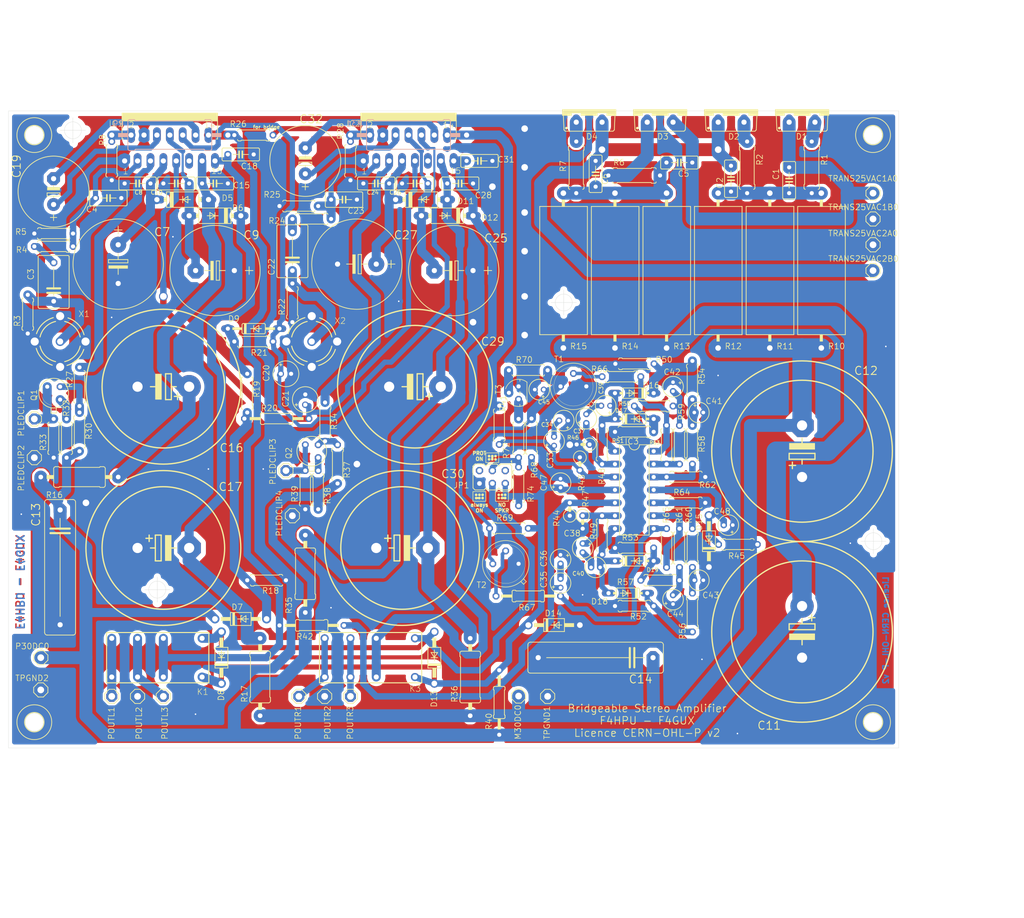
<source format=kicad_pcb>
(kicad_pcb (version 20211014) (generator pcbnew)
  (title_block (title "TDA7293 Bridgeable Audio Amplifier") (date "2022-11-01") (rev "v0.0") (company "F4HPU - F4GUX") (comment 1 "Licence CERN-OHL-P v2") (comment 2 "Design not validated - use at your own risks"))
  (layers (0 "F.Cu" signal) (31 "B.Cu" signal) (34 "B.Paste" user) (35 "F.Paste" user) (36 "B.SilkS" user "B.Silkscreen") (37 "F.SilkS" user "F.Silkscreen") (38 "B.Mask" user) (39 "F.Mask" user) (44 "Edge.Cuts" user))
  (net 0 "")
  (net 1 "Net-(C1-Pad2)")
  (net 2 "Net-(C1-Pad1)")
  (net 3 "GND")
  (net 4 "Net-(C2-Pad2)")
  (net 5 "VCC")
  (net 6 "VDD")
  (net 7 "Net-(C3-Pad2)")
  (net 8 "Net-(C3-Pad1)")
  (net 9 "Net-(C4-Pad1)")
  (net 10 "Net-(C5-Pad2)")
  (net 11 "Net-(C7-Pad+)")
  (net 12 "Net-(C10-Pad2)")
  (net 13 "Net-(C15-Pad2)")
  (net 14 "Net-(C17-Pad-)")
  (net 15 "Net-(C19-Pad-)")
  (net 16 "Net-(C19-Pad+)")
  (net 17 "/MUTE")
  (net 18 "/STBY")
  (net 19 "Net-(C22-Pad2)")
  (net 20 "Net-(C22-Pad1)")
  (net 21 "Net-(C23-Pad1)")
  (net 22 "Net-(C24-Pad2)")
  (net 23 "Net-(C25-Pad-)")
  (net 24 "Net-(C28-Pad2)")
  (net 25 "Net-(C30-Pad-)")
  (net 26 "Net-(C32-Pad-)")
  (net 27 "Net-(C32-Pad+)")
  (net 28 "Net-(C33-Pad-)")
  (net 29 "Net-(C35-Pad-)")
  (net 30 "Net-(C37-Pad+)")
  (net 31 "Net-(C37-Pad-)")
  (net 32 "Net-(C38-Pad+)")
  (net 33 "Net-(C38-Pad-)")
  (net 34 "Net-(C39-Pad+)")
  (net 35 "Net-(C40-Pad+)")
  (net 36 "Net-(C41-Pad+)")
  (net 37 "Net-(C42-Pad-)")
  (net 38 "Net-(C43-Pad+)")
  (net 39 "Net-(C44-Pad-)")
  (net 40 "Net-(C33-Pad+)")
  (net 41 "Net-(D1-PadA)")
  (net 42 "+12V")
  (net 43 "Net-(D2-PadA)")
  (net 44 "Net-(D3-PadC)")
  (net 45 "Net-(D4-PadC)")
  (net 46 "Net-(D7-PadA)")
  (net 47 "/RLOUT")
  (net 48 "Net-(D9-PadC)")
  (net 49 "Net-(D16-PadC)")
  (net 50 "-12V")
  (net 51 "Net-(D17-PadA)")
  (net 52 "Net-(D18-PadC)")
  (net 53 "Net-(D19-PadA)")
  (net 54 "Net-(IC1-Pad2)")
  (net 55 "/OUTL")
  (net 56 "/CLIPL")
  (net 58 "Net-(IC2-Pad2)")
  (net 59 "/OUTR")
  (net 60 "/CLIPR")
  (net 62 "Net-(IC3-Pad14)")
  (net 63 "Net-(IC3-Pad13)")
  (net 64 "Net-(IC3-Pad12)")
  (net 65 "Net-(IC3-Pad10)")
  (net 66 "Net-(IC3-Pad9)")
  (net 67 "Net-(IC3-Pad8)")
  (net 69 "Net-(JP1-Pad3)")
  (net 71 "Net-(K1-Pad12)")
  (net 72 "Net-(K1-Pad14)")
  (net 73 "Net-(K3-Pad12)")
  (net 74 "Net-(K3-Pad14)")
  (net 75 "Net-(PLEDCLIP1-PadMP)")
  (net 76 "Net-(PLEDCLIP3-PadMP)")
  (net 77 "Net-(Q1-Pad2)")
  (net 78 "Net-(Q1-Pad1)")
  (net 79 "Net-(Q2-Pad2)")
  (net 80 "Net-(Q2-Pad1)")
  (net 81 "Net-(R66-Pad2)")
  (net 82 "Net-(R67-Pad2)")
  (net 83 "Net-(R70-Pad1)")
  (net 84 "Net-(R72-Pad2)")
  (net 85 "Net-(C35-Pad+)")
  (net 86 "Net-(R69-Pad1)")
  (footprint "tda_bridge:C5B2.5" (layer "F.Cu") (at 196.235 49.2 90)
    (fp_text reference "C1")
    (fp_text value "0.1nF")
  )
  (footprint "tda_bridge:E7,5-18" (layer "F.Cu") (at 130.195 66.98 180)
    (fp_text reference "C25")
    (fp_text value "2200uF 40V")
  )
  (footprint "tda_bridge:0207_12" (layer "F.Cu") (at 95.3489 96.1264)
    (fp_text reference "R20")
    (fp_text value "22k")
  )
  (footprint "tda_bridge:0207_7" (layer "F.Cu") (at 177.185 134.29 -90)
    (fp_text reference "R56")
    (fp_text value "10k")
  )
  (footprint "tda_bridge:0207_2V" (layer "F.Cu") (at 155.6739 101.2064 180)
    (fp_text reference "R46")
    (fp_text value "33k")
  )
  (footprint "tda_bridge:E5-13" (layer "F.Cu") (at 51.435 51.435 90)
    (fp_text reference "C19")
    (fp_text value "100uF 63V Elna")
  )
  (footprint "tda_bridge:SE13" (layer "F.Cu") (at 47.645 103.81)
    (fp_text reference "PLEDCLIP2")
    (fp_text value "SE13")
  )
  (footprint "tda_bridge:E1,8-4" (layer "F.Cu") (at 149.9589 100.5714 90)
    (fp_text reference "C33")
    (fp_text value "4.7uF 50V")
  )
  (footprint "tda_bridge:0207_7" (layer "F.Cu") (at 51.455 62.23 180)
    (fp_text reference "R4")
    (fp_text value "100")
  )
  (footprint "tda_bridge:0207_7" (layer "F.Cu") (at 165.755 121.59)
    (fp_text reference "R53")
    (fp_text value "10k")
  )
  (footprint "tda_bridge:3,6-PAD" (layer "F.Cu") (at 212.745 155.88)
    (fp_text reference "H3" hide)
    (fp_text value "MOUNT-PAD-ROUND3.6" hide)
  )
  (footprint "tda_bridge:F126-10" (layer "F.Cu") (at 83.205 56.185 180)
    (fp_text reference "D6")
    (fp_text value "BYW98-200")
  )
  (footprint "tda_bridge:0207_7" (layer "F.Cu") (at 172.105 101.27 90)
    (fp_text reference "R63")
    (fp_text value "530k")
  )
  (footprint "tda_bridge:0207_7" (layer "F.Cu") (at 159.405 101.27 -90)
    (fp_text reference "R48")
    (fp_text value "33k")
  )
  (footprint "tda_bridge:TO5" (layer "F.Cu") (at 153.7689 89.7764 90)
    (fp_text reference "T1")
    (fp_text value "2N2219")
  )
  (footprint "tda_bridge:DO35-7" (layer "F.Cu") (at 165.755 124.13)
    (fp_text reference "D19")
    (fp_text value "1N4148DO35-7")
  )
  (footprint "tda_bridge:E1,8-4" (layer "F.Cu") (at 178.455 94.92)
    (fp_text reference "C41")
    (fp_text value "1uF 16V")
  )
  (footprint "tda_bridge:0207_7" (layer "F.Cu") (at 142.9739 100 90)
    (fp_text reference "R72")
    (fp_text value "330")
  )
  (footprint "tda_bridge:VTA52" (layer "F.Cu") (at 161.945 66.98 -90)
    (fp_text reference "R14")
    (fp_text value "4.7, 5W")
  )
  (footprint "tda_bridge:BTOR1" (layer "F.Cu") (at 102.255 80.95)
    (fp_text reference "X2")
    (fp_text value "BTOR1" hide)
  )
  (footprint "tda_bridge:EB30D" (layer "F.Cu") (at 73.045 89.84 180)
    (fp_text reference "C16")
    (fp_text value "10000uF 40V")
  )
  (footprint "tda_bridge:0207_2V" (layer "F.Cu") (at 153.055 113.97 90)
    (fp_text reference "R44")
    (fp_text value "33k")
  )
  (footprint "tda_bridge:JP3Q" (layer "F.Cu") (at 137.815 107.62 180)
    (fp_text reference "JP1")
    (fp_text value "Jumper" hide)
  )
  (footprint "tda_bridge:SE13" (layer "F.Cu") (at 99.715 150.8 -90)
    (fp_text reference "POUTR1")
    (fp_text value "SE13")
  )
  (footprint "tda_bridge:E1,8-4" (layer "F.Cu") (at 184.2489 117.0814 180)
    (fp_text reference "C48")
    (fp_text value "4.7uF 50V")
  )
  (footprint "tda_bridge:C050-025X075" (layer "F.Cu") (at 135.275 45.39 180)
    (fp_text reference "C31")
    (fp_text value "1OOnF 63VMKT")
  )
  (footprint "tda_bridge:SE13" (layer "F.Cu") (at 73.045 150.8 -90)
    (fp_text reference "POUTL3")
    (fp_text value "SE13")
  )
  (footprint "tda_bridge:C050-025X075" (layer "F.Cu") (at 67.965 49.835)
    (fp_text reference "C8")
    (fp_text value "1OOnF 63VMKT")
  )
  (footprint "tda_bridge:DO41Z10" (layer "F.Cu") (at 149.9589 136.7664)
    (property "Value" "")
    (fp_text reference "D14")
    (fp_text value "BZX85-C12")
  )
  (footprint "tda_bridge:0207_7" (layer "F.Cu") (at 93.365 127.94 180)
    (fp_text reference "R18")
    (fp_text value "10k")
  )
  (footprint "tda_bridge:0207_7" (layer "F.Cu") (at 89.555 91.11 90)
    (fp_text reference "R19")
    (fp_text value "10k")
  )
  (footprint "tda_bridge:E1,8-4" (layer "F.Cu") (at 173.375 131.75 90)
    (fp_text reference "C44")
    (fp_text value "1uF 16V")
  )
  (footprint "tda_bridge:0207_7" (layer "F.Cu") (at 170.835 127.94 180)
    (fp_text reference "R57")
    (fp_text value "10k")
  )
  (footprint "tda_bridge:0309_10" (layer "F.Cu") (at 154.325 46.66 -90)
    (fp_text reference "R7")
    (fp_text value "0.1")
  )
  (footprint "tda_bridge:0207_7" (layer "F.Cu") (at 62.885 45.39 90)
    (fp_text reference "R8")
    (fp_text value "600")
  )
  (footprint "tda_bridge:SE13" (layer "F.Cu") (at 212.745 56.82)
    (fp_text reference "TRANS25VAC1B0")
    (fp_text value "SE13")
  )
  (footprint "tda_bridge:E1,8-4" (layer "F.Cu") (at 147.0379 90.4114 180)
    (fp_text reference "C45")
    (fp_text value "10uF 25V")
  )
  (footprint "tda_bridge:E1,8-4" (layer "F.Cu") (at 158.135 125.4 180)
    (fp_text reference "C40")
    (fp_text value "4.7uF 50V")
  )
  (footprint "tda_bridge:EB35D" (layer "F.Cu") (at 198.775 102.54 90)
    (fp_text reference "C12")
    (fp_text value "22000uF")
  )
  (footprint "tda_bridge:0207_12" (layer "F.Cu") (at 139.1639 152.0064 -90)
    (fp_text reference "R40")
    (fp_text value "220")
  )
  (footprint "tda_bridge:E1,8-4" (layer "F.Cu") (at 151.8639 96.5074 180)
    (fp_text reference "C34")
    (fp_text value "4.7uF 50V")
  )
  (footprint "tda_bridge:EB35D" (layer "F.Cu") (at 198.775 138.1 -90)
    (fp_text reference "C11")
    (fp_text value "22000uF")
  )
  (footprint "tda_bridge:E1,8-4" (layer "F.Cu") (at 151.2289 128.5114 90)
    (fp_text reference "C35")
    (fp_text value "4.7uF 50V")
  )
  (footprint "tda_bridge:0207_7" (layer "F.Cu") (at 175.915 112.7)
    (fp_text reference "R64")
    (fp_text value "530k")
  )
  (footprint "tda_bridge:E1,8-4" (layer "F.Cu") (at 156.3089 96.1264 90)
    (fp_text reference "C37")
    (fp_text value "4.7uF 50V")
  )
  (footprint "tda_bridge:TO92" (layer "F.Cu") (at 142.9739 91.0464 90)
    (fp_text reference "T3")
    (fp_text value "BC517")
  )
  (footprint "tda_bridge:BTOR1" (layer "F.Cu") (at 52.725 80.95)
    (fp_text reference "X1")
    (fp_text value "BTOR1" hide)
  )
  (footprint "tda_bridge:0207_7" (layer "F.Cu") (at 100.985 110.16 90)
    (fp_text reference "R39")
    (fp_text value "82k")
  )
  (footprint "tda_bridge:DO35-7" (layer "F.Cu") (at 164.485 130.48 180)
    (fp_text reference "D18")
    (fp_text value "1N4148DO35-7")
  )
  (footprint "tda_bridge:C050-025X075" (layer "F.Cu") (at 114.955 49.835)
    (fp_text reference "C24")
    (fp_text value "1OOnF 63VMKT")
  )
  (footprint "tda_bridge:C5B2.5" (layer "F.Cu") (at 158.135 47.93 -90)
    (fp_text reference "C6")
    (fp_text value "0.1nF")
  )
  (footprint "tda_bridge:E1,8-4" (layer "F.Cu") (at 151.2289 108.8264 90)
    (fp_text reference "C47")
    (fp_text value "4.7uF 50V")
  )
  (footprint "tda_bridge:SE13" (layer "F.Cu") (at 142.9739 150.7364)
    (fp_text reference "M30DC0")
    (fp_text value "SE13")
  )
  (footprint "tda_bridge:C22.5B6" (layer "F.Cu") (at 158.135 143.18 180)
    (fp_text reference "C14")
    (fp_text value "0.1uF")
  )
  (footprint "tda_bridge:0207_7" (layer "F.Cu") (at 90.825 40.31 180)
    (fp_text reference "R26")
    (fp_text value "10k")
  )
  (footprint "tda_bridge:0207_7" (layer "F.Cu") (at 53.995 100 -90)
    (fp_text reference "R32")
    (fp_text value "6.8k")
  )
  (footprint "tda_bridge:C075-063X106" (layer "F.Cu") (at 98.445 63.17 90)
    (property "Value" "")
    (fp_text reference "C22")
    (fp_text value "2.2uF MKT")
  )
  (footprint "tda_bridge:0207_7" (layer "F.Cu") (at 175.915 107.62)
    (fp_text reference "R62")
    (fp_text value "530k")
  )
  (footprint "tda_bridge:FINDER-30.22" (layer "F.Cu") (at 71.775 143.18 180)
    (fp_text reference "K1")
    (fp_text value "FINDER-30.22")
  )
  (footprint "tda_bridge:0207_7" (layer "F.Cu") (at 144.8789 86.6014)
    (fp_text reference "R70")
    (fp_text value "330")
  )
  (footprint "tda_bridge:SE13" (layer "F.Cu") (at 104.795 150.8 -90)
    (fp_text reference "POUTR2")
    (fp_text value "SE13")
  )
  (footprint "tda_bridge:0207_12" (layer "F.Cu") (at 102.255 136.83)
    (fp_text reference "R42")
    (fp_text value "100k")
  )
  (footprint "tda_bridge:EB30D" (layer "F.Cu") (at 120.035 121.59)
    (fp_text reference "C30")
    (fp_text value "10000uF 40V")
  )
  (footprint "tda_bridge:0207_2V" (layer "F.Cu") (at 155.0389 105.0164 -90)
    (fp_text reference "R43")
    (fp_text value "33k")
  )
  (footprint "tda_bridge:0207_12" (layer "F.Cu") (at 144.8789 131.0514 180)
    (fp_text reference "R67")
    (fp_text value "2.2k")
  )
  (footprint "tda_bridge:0207_7" (layer "F.Cu") (at 109.875 45.39 90)
    (fp_text reference "R28")
    (fp_text value "600")
  )
  (footprint "tda_bridge:SE13" (layer "F.Cu") (at 212.745 61.9)
    (fp_text reference "TRANS25VAC2A0")
    (fp_text value "SE13")
  )
  (footprint "tda_bridge:0309_10" (layer "F.Cu") (at 200.68 46.66 90)
    (fp_text reference "R1")
    (fp_text value "0.1")
  )
  (footprint "tda_bridge:DO41-10" (layer "F.Cu") (at 126.385 143.18 90)
    (fp_text reference "D13")
    (fp_text value "1N4004")
  )
  (footprint "tda_bridge:0207_7" (layer "F.Cu") (at 163.215 87.8714 180)
    (fp_text reference "R66")
    (fp_text value "2.2k")
  )
  (footprint "tda_bridge:SE13" (layer "F.Cu") (at 109.875 150.8 -90)
    (fp_text reference "POUTR3")
    (fp_text value "SE13")
  )
  (footprint "tda_bridge:E1,8-4" (layer "F.Cu") (at 155.595 121.59 -90)
    (fp_text reference "C38")
    (fp_text value "4.7uF 50V")
  )
  (footprint "tda_bridge:3,6-PAD" (layer "F.Cu") (at 47.645 155.88)
    (fp_text reference "H4" hide)
    (fp_text value "MOUNT-PAD-ROUND3.6" hide)
  )
  (footprint "tda_bridge:TO18" (layer "F.Cu") (at 51.455 91.11 90)
    (fp_text reference "Q1")
    (fp_text value "2N2907")
  )
  (footprint "tda_bridge:F126-10" (layer "F.Cu") (at 123.845 53.01)
    (fp_text reference "D11")
    (fp_text value "BYW98-200")
  )
  (footprint "tda_bridge:DO220S" (layer "F.Cu") (at 170.835 35.23)
    (fp_text reference "D3")
    (fp_text value "BYW29")
  )
  (footprint "tda_bridge:0207_7" (layer "F.Cu") (at 139.1639 97.3964 -90)
    (fp_text reference "R41")
    (fp_text value "100k")
  )
  (footprint "tda_bridge:0207_7" (layer "F.Cu") (at 142.9739 109.4614 -90)
    (fp_text reference "R74")
    (fp_text value "68k")
  )
  (footprint "tda_bridge:SE13" (layer "F.Cu") (at 48.915 149.53)
    (fp_text reference "TPGND2")
    (fp_text value "SE13")
  )
  (footprint "tda_bridge:VTA52" (layer "F.Cu") (at 151.785 66.98 -90)
    (fp_text reference "R15")
    (fp_text value "4.7, 5W")
  )
  (footprint "tda_bridge:0207_7" (layer "F.Cu") (at 98.445 73.33 90)
    (fp_text reference "R22")
    (fp_text value "1Meg")
  )
  (footprint "tda_bridge:0411_15" (layer "F.Cu") (at 133.4489 146.99 90)
    (fp_text reference "R36")
    (fp_text value "0.27 1W")
  )
  (footprint "tda_bridge:SE13" (layer "F.Cu") (at 47.645 96.19)
    (fp_text reference "PLEDCLIP1")
    (fp_text value "SE13")
  )
  (footprint "tda_bridge:0207_7" (layer "F.Cu") (at 177.185 121.59 90)
    (fp_text reference "R60")
    (fp_text value "50k")
  )
  (footprint "tda_bridge:C050-030X075" (layer "F.Cu") (at 108.605 53.01)
    (property "Value" "")
    (fp_text reference "C23")
    (fp_text value "1nf")
  )
  (footprint "tda_bridge:0207_7" (layer "F.Cu") (at 56.535 89.84 -90)
    (fp_text reference "R27")
    (fp_text value "220")
  )
  (footprint "tda_bridge:E1,8-4" (layer "F.Cu") (at 178.455 127.94)
    (fp_text reference "C43")
    (fp_text value "1uF 16V")
  )
  (footprint "tda_bridge:E1,8-4" (layer "F.Cu") (at 173.375 89.84 -90)
    (fp_text reference "C42")
    (fp_text value "1uF 16V")
  )
  (footprint "tda_bridge:0207_7" (layer "F.Cu") (at 177.185 88.57 90)
    (fp_text reference "R54")
    (fp_text value "10k")
  )
  (footprint "tda_bridge:E5-13" (layer "F.Cu") (at 100.985 45.39 90)
    (fp_text reference "C32")
    (fp_text value "100uF 63V Elna")
  )
  (footprint "tda_bridge:0411_15" (layer "F.Cu") (at 92.095 146.99 90)
    (fp_text reference "R17")
    (fp_text value "0.27 1W")
  )
  (footprint "tda_bridge:0411_15" (layer "F.Cu") (at 56.535 107.62 180)
    (fp_text reference "R16")
    (fp_text value "0.27 5W")
  )
  (footprint "tda_bridge:0207_7" (layer "F.Cu") (at 90.825 80.95)
    (fp_text reference "R21")
    (fp_text value "33k")
  )
  (footprint "tda_bridge:C050-025X075" (layer "F.Cu") (at 88.285 44.12 180)
    (fp_text reference "C18")
    (fp_text value "1OOnF 63VMKT")
  )
  (footprint "tda_bridge:SE13" (layer "F.Cu") (at 97.175 106.35 90)
    (fp_text reference "PLEDCLIP3")
    (fp_text value "SE13")
  )
  (footprint "tda_bridge:0207_7" (layer "F.Cu") (at 46.355 75.565 90)
    (fp_text reference "R3")
    (fp_text value "1Meg")
  )
  (footprint "tda_bridge:VTA52" (layer "F.Cu") (at 192.425 66.98 -90)
    (fp_text reference "R11")
    (fp_text value "4.7, 5W")
  )
  (footprint "tda_bridge:0207_7" (layer "F.Cu") (at 103.525 110.16 -90)
    (fp_text reference "R38")
    (fp_text value "6.8k")
  )
  (footprint "tda_bridge:0207_7" (layer "F.Cu") (at 51.455 59.69)
    (fp_text reference "R5")
    (fp_text value "47k")
  )
  (footprint "tda_bridge:C050-030X075" (layer "F.Cu") (at 62.23 52.705)
    (property "Value" "")
    (fp_text reference "C4")
    (fp_text value "1nf")
  )
  (footprint "tda_bridge:E1,8-4" (layer "F.Cu") (at 160.1189 93.5864 180)
    (fp_text reference "C39")
    (fp_text value "4.7uF 50V")
  )
  (footprint "tda_bridge:VTA52" (layer "F.Cu") (at 172.105 66.98 -90)
    (fp_text reference "R13")
    (fp_text value "4.7, 5W")
  )
  (footprint "tda_bridge:SE13" (layer "F.Cu") (at 98.445 115.24 90)
    (fp_text reference "PLEDCLIP4")
    (fp_text value "SE13")
  )
  (footprint "tda_bridge:F126-10" (layer "F.Cu") (at 76.855 53.01)
    (fp_text reference "D5")
    (fp_text value "BYW98-200")
  )
  (footprint "tda_bridge:DO220S" (layer "F.Cu") (at 156.865 35.23)
    (fp_text reference "D4")
    (fp_text value "BYW29")
  )
  (footprint "tda_bridge:F126-10" (layer "F.Cu") (at 128.925 56.185 180)
    (fp_text reference "D12")
    (fp_text value "BYW98-200")
  )
  (footprint "tda_bridge:0207_7" (layer "F.Cu") (at 141.0689 117.7164)
    (fp_text reference "R69")
    (fp_text value "68k")
  )
  (footprint "tda_bridge:C050-025X075" (layer "F.Cu") (at 83.205 49.835 180)
    (fp_text reference "C15")
    (fp_text value "1OOnF 63VMKT")
  )
  (footprint "tda_bridge:DO35-7" (layer "F.Cu") (at 165.755 96.19)
    (fp_text reference "D17")
    (fp_text value "1N4148DO35-7")
  )
  (footprint "tda_bridge:0207_7" (layer "F.Cu") (at 99.715 54.28)
    (fp_text reference "R25")
    (fp_text value "47k")
  )
  (footprint "tda_bridge:C050-025X075" (layer "F.Cu") (at 75.585 49.835)
    (fp_text reference "C10")
    (fp_text value "1OOnF 63VMKT")
  )
  (footprint "tda_bridge:0207_7" (layer "F.Cu") (at 172.105 121.59 90)
    (fp_text reference "R65")
    (fp_text value "530k")
  )
  (footprint "tda_bridge:EB30D" (layer "F.Cu") (at 73.045 121.59)
    (fp_text reference "C17")
    (fp_text value "10000uF 40V")
  )
  (footprint "tda_bridge:SE13" (layer "F.Cu") (at 148.6889 150.8)
    (fp_text reference "TPGND1")
    (fp_text value "SE13")
  )
  (footprint "tda_bridge:DO41Z10" (layer "F.Cu") (at 88.285 135.56)
    (property "Value" "")
    (fp_text reference "D7")
    (fp_text value "BZX79-C22")
  )
  (footprint "tda_bridge:0207_7" (layer "F.Cu") (at 165.755 98.73)
    (fp_text reference "R51")
    (fp_text value "10k")
  )
  (footprint "tda_bridge:0207_7" (layer "F.Cu") (at 174.645 121.59 90)
    (fp_text reference "R61")
    (fp_text value "50k")
  )
  (footprint "tda_bridge:0207_2V" (layer "F.Cu") (at 155.595 116.51 -90)
    (fp_text reference "R47")
    (fp_text value "33k")
  )
  (footprint "tda_bridge:DO220S" (layer "F.Cu") (at 198.775 35.23)
    (fp_text reference "D1")
    (fp_text value "BYW29")
  )
  (footprint "tda_bridge:0207_7" (layer "F.Cu") (at 165.8339 85.3314 180)
    (fp_text reference "R50")
    (fp_text value "10k")
  )
  (footprint "tda_bridge:0207_7" (layer "F.Cu") (at 104.8739 96.7614 -90)
    (fp_text reference "R34")
    (fp_text value "220")
  )
  (footprint "tda_bridge:SE13" (layer "F.Cu") (at 62.885 150.8 -90)
    (fp_text reference "POUTL1")
    (fp_text value "SE13")
  )
  (footprint "tda_bridge:0207_7" (layer "F.Cu") (at 159.405 119.05 90)
    (fp_text reference "R49")
    (fp_text value "33k")
  )
  (footprint "tda_bridge:3,6-PAD" (layer "F.Cu") (at 47.645 40.31)
    (fp_text reference "H1" hide)
    (fp_text value "MOUNT-PAD-ROUND3.6" hide)
  )
  (footprint "tda_bridge:0309_10" (layer "F.Cu") (at 187.96 46.66 90)
    (fp_text reference "R2")
    (fp_text value "0.1")
  )
  (footprint "tda_bridge:E1,8-4" (layer "F.Cu") (at 151.2289 123.8124 -90)
    (fp_text reference "C36")
    (fp_text value "4.7uF 50V")
  )
  (footprint "tda_bridge:FINDER-30.22" (layer "F.Cu") (at 113.685 143.18 180)
    (fp_text reference "K3")
    (fp_text value "FINDER-30.22")
  )
  (footprint "tda_bridge:SE13" (layer "F.Cu") (at 48.915 143.18)
    (fp_text reference "P30DC0")
    (fp_text value "SE13")
  )
  (footprint "tda_bridge:DO220S" (layer "F.Cu") (at 184.805 35.23)
    (fp_text reference "D2")
    (fp_text value "BYW29")
  )
  (footprint "tda_bridge:C050-025X075" (layer "F.Cu") (at 131.465 49.835 180)
    (fp_text reference "C28")
    (fp_text value "1OOnF 63VMKT")
  )
  (footprint "tda_bridge:E2-5" (layer "F.Cu") (at 97.175 87.3)
    (fp_text reference "C20")
    (fp_text value "22uF 35V")
  )
  (footprint "tda_bridge:C050-025X075" (layer "F.Cu") (at 122.575 49.835)
    (fp_text reference "C26")
    (fp_text value "1OOnF 63VMKT")
  )
  (footprint "tda_bridge:VTA52" (layer "F.Cu") (at 182.245 66.98 -90)
    (fp_text reference "R12")
    (fp_text value "4.7, 5W")
  )
  (footprint "tda_bridge:DO41-10" (layer "F.Cu") (at 84.475 143.18 90)
    (fp_text reference "D8")
    (fp_text value "1N4004")
  )
  (footprint "tda_bridge:0207_7" (layer "F.Cu") (at 107.335 105.08 -90)
    (fp_text reference "R37")
    (fp_text value "82k")
  )
  (footprint "tda_bridge:0207_7" (layer "F.Cu") (at 186.1539 120.8914)
    (fp_text reference "R45")
    (fp_text value "220")
  )
  (footprint "tda_bridge:0207_7" (layer "F.Cu") (at 56.535 98.73 -90)
    (fp_text reference "R30")
    (fp_text value "82k")
  )
  (footprint "tda_bridge:E7,5-18" (layer "F.Cu") (at 83.205 66.98 180)
    (fp_text reference "C9")
    (fp_text value "2200uF 40V")
  )
  (footprint "tda_bridge:DO35-10" (layer "F.Cu") (at 90.825 78.41)
    (fp_text reference "D9")
    (fp_text value "1N4148")
  )
  (footprint "tda_bridge:TO5" (layer "F.Cu") (at 140.4339 124.7014 90)
    (fp_text reference "T2")
    (fp_text value "2N2219")
  )
  (footprint "tda_bridge:C5B2.5" (layer "F.Cu") (at 174.625 45.72 180)
    (fp_text reference "C5")
    (fp_text value "0.1nF")
  )
  (footprint "tda_bridge:C22.5B6" (layer "F.Cu") (at 52.725 125.4 -90)
    (fp_text reference "C13")
    (fp_text value "0.1uF")
  )
  (footprint "tda_bridge:0309_10" (layer "F.Cu") (at 165.735 48.26)
    (fp_text reference "R6")
    (fp_text value "0.1")
  )
  (footprint "tda_bridge:0207_7" (layer "F.Cu") (at 145.5139 99.9364 -90)
    (fp_text reference "R68")
    (fp_text value "68k")
  )
  (footprint "tda_bridge:SE13" (layer "F.Cu") (at 212.745 51.74)
    (fp_text reference "TRANS25VAC1A0")
    (fp_text value "SE13")
  )
  (footprint "tda_bridge:C075-063X106" (layer "F.Cu") (at 51.455 69.215 90)
    (property "Value" "")
    (fp_text reference "C3")
    (fp_text value "2.2uF MKT")
  )
  (footprint "tda_bridge:E7,5-18" (layer "F.Cu") (at 64.155 65.71 -90)
    (fp_text reference "C7")
    (fp_text value "2200uF 40V")
  )
  (footprint "tda_bridge:0411_15" (layer "F.Cu") (at 100.985 126.67 -90)
    (fp_text reference "R35")
    (fp_text value "0.27 5W")
  )
  (footprint "tda_bridge:TO18" (layer "F.Cu") (at 102.255 102.54 90)
    (fp_text reference "Q2")
    (fp_text value "2N2907")
  )
  (footprint "tda_bridge:E7,5-18" (layer "F.Cu") (at 111.145 65.71 180)
    (fp_text reference "C27")
    (fp_text value "2200uF 40V")
  )
  (footprint "tda_bridge:0207_7" (layer "F.Cu") (at 177.185 101.27 -90)
    (fp_text reference "R58")
    (fp_text value "50k")
  )
  (footprint "tda_bridge:SE13" (layer "F.Cu") (at 67.965 150.8 -90)
    (fp_text reference "POUTL2")
    (fp_text value "SE13")
  )
  (footprint "tda_bridge:3,6-PAD" (layer "F.Cu") (at 212.745 40.31)
    (fp_text reference "H2" hide)
    (fp_text value "MOUNT-PAD-ROUND3.6" hide)
  )
  (footprint "tda_bridge:MULTIWATT15V" (layer "F.Cu") (at 121.305 37.77)
    (fp_text reference "IC2")
    (fp_text value "TDA7293V")
  )
  (footprint "tda_bridge:0207_7" (layer "F.Cu") (at 165.755 133.02 180)
    (fp_text reference "R52")
    (fp_text value "10k")
  )
  (footprint "tda_bridge:C5B2.5" (layer "F.Cu") (at 184.785 48.895 90)
    (fp_text reference "C2")
    (fp_text value "0.1nF")
  )
  (footprint "tda_bridge:DIL14" (layer "F.Cu") (at 165.755 110.16 -90)
    (fp_text reference "IC3")
    (fp_text value "TL084")
  )
  (footprint "tda_bridge:0207_7" (layer "F.Cu") (at 174.645 101.27 -90)
    (fp_text reference "R59")
    (fp_text value "50k")
  )
  (footprint "tda_bridge:0207_7" (layer "F.Cu") (at 51.455 100 90)
    (fp_text reference "R33")
    (fp_text value "82k")
  )
  (footprint "tda_bridge:MULTIWATT15V" (layer "F.Cu") (at 74.315 37.77)
    (fp_text reference "IC1")
    (fp_text value "TDA7293V")
  )
  (footprint "tda_bridge:0207_7" (layer "F.Cu") (at 169.565 93.65 180)
    (fp_text reference "R55")
    (fp_text value "10k")
  )
  (footprint "tda_bridge:0207_7" (layer "F.Cu") (at 102.255 56.82 180)
    (fp_text reference "R24")
    (fp_text value "100")
  )
  (footprint "tda_bridge:E2-5" (layer "F.Cu") (at 100.985 92.38 90)
    (fp_text reference "C21")
    (fp_text value "22uF 35V")
  )
  (footprint "tda_bridge:DO35-7" (layer "F.Cu") (at 165.755 91.11 180)
    (fp_text reference "D16")
    (fp_text value "1N4148DO35-7")
  )
  (footprint "tda_bridge:SE13" (layer "F.Cu") (at 212.745 66.98)
    (fp_text reference "TRANS25VAC2B0")
    (fp_text value "SE13")
  )
  (footprint "tda_bridge:EB30D" (layer "F.Cu") (at 122.575 89.84 180)
    (fp_text reference "C29")
    (fp_text value "10000uF 40V")
  )
  (footprint "tda_bridge:VTA52" (layer "F.Cu") (at 202.565 66.98 -90)
    (fp_text reference "R10")
    (fp_text value "4.7, 5W")
  )
  (footprint "tda_bridge:DO41Z10" (layer "F.Cu") (at 180.4389 120.2564 90)
    (property "Value" "")
    (fp_text reference "D15")
    (fp_text value "BZX85-C12")
  )
  (footprint "tda_bridge:0617_22" (layer "B.Cu") (at 121.305 40.31)
    (fp_text reference "R31")
    (fp_text value "10k")
  )
  (footprint "tda_bridge:0617_22" (layer "B.Cu") (at 74.315 40.31)
    (fp_text reference "R9")
    (fp_text value "10k")
  )
  (gr_circle (center 137.16 103.505) (end 137.36 103.505) (layer "F.SilkS") (width 0.12) (fill solid))
  (gr_circle (center 138.43 104.14) (end 138.63 104.14) (layer "F.SilkS") (width 0.12) (fill solid))
  (gr_circle (center 139.7 111.125) (end 139.9 111.125) (layer "F.SilkS") (width 0.12) (fill solid))
  (gr_circle (center 140.335 111.76) (end 140.535 111.76) (layer "F.SilkS") (width 0.12) (fill solid))
  (gr_rect (start 136.525 112.395) (end 133.985 110.49) (layer "F.SilkS") (width 0.12) (fill none))
  (gr_line (start 135.255 111.76) (end 134.62 111.76) (layer "F.SilkS") (width 0.4))
  (gr_circle (center 139.065 111.125) (end 139.265 111.125) (layer "F.SilkS") (width 0.12) (fill solid))
  (gr_circle (center 134.62 111.125) (end 134.82 111.125) (layer "F.SilkS") (width 0.12) (fill solid))
  (gr_rect (start 140.97 112.395) (end 138.43 110.49) (layer "F.SilkS") (width 0.12) (fill none))
  (gr_circle (center 140.335 111.125) (end 140.535 111.125) (layer "F.SilkS") (width 0.12) (fill solid))
  (gr_circle (center 139.065 111.76) (end 139.265 111.76) (layer "F.SilkS") (width 0.12) (fill solid))
  (gr_circle (center 135.255 111.76) (end 135.455 111.76) (layer "F.SilkS") (width 0.12) (fill solid))
  (gr_circle (center 138.43 103.505) (end 138.63 103.505) (layer "F.SilkS") (width 0.12) (fill solid))
  (gr_circle (center 139.7 111.76) (end 139.9 111.76) (layer "F.SilkS") (width 0.12) (fill solid))
  (gr_circle (center 134.62 111.76) (end 134.82 111.76) (layer "F.SilkS") (width 0.12) (fill solid))
  (gr_rect (start 139.065 104.775) (end 136.525 102.87) (layer "F.SilkS") (width 0.12) (fill none))
  (gr_circle (center 137.795 103.505) (end 137.995 103.505) (layer "F.SilkS") (width 0.12) (fill solid))
  (gr_circle (center 135.89 111.125) (end 136.09 111.125) (layer "F.SilkS") (width 0.12) (fill solid))
  (gr_circle (center 135.89 111.76) (end 136.09 111.76) (layer "F.SilkS") (width 0.12) (fill solid))
  (gr_line (start 140.335 111.76) (end 139.7 111.76) (layer "F.SilkS") (width 0.4))
  (gr_circle (center 137.795 104.14) (end 137.995 104.14) (layer "F.SilkS") (width 0.12) (fill solid))
  (gr_line (start 137.795 103.505) (end 137.795 104.14) (layer "F.SilkS") (width 0.4))
  (gr_circle (center 135.255 111.125) (end 135.455 111.125) (layer "F.SilkS") (width 0.12) (fill solid))
  (gr_circle (center 137.16 104.14) (end 137.36 104.14) (layer "F.SilkS") (width 0.12) (fill solid))
  (gr_line (start 42.565 160.96) (end 217.805 160.96) (layer "Edge.Cuts") (width 0.05))
  (gr_line (start 217.805 160.96) (end 217.805 35.56) (layer "Edge.Cuts") (width 0.05))
  (gr_line (start 217.805 35.56) (end 42.565 35.56) (layer "Edge.Cuts") (width 0.05))
  (gr_line (start 42.565 35.56) (end 42.565 160.96) (layer "Edge.Cuts") (width 0.05))
  (gr_text "F4HPU - F4GUX" (at 45.72 137.795 90) (layer "F.Cu") (effects (font (size 1.49352 1.49352) (thickness 0.28448)) (justify left bottom)))
  (gr_text "F4HPU - F4GUX" (at 43.970433 137.795 -90) (layer "B.Cu") (effects (font (size 1.49352 1.49352) (thickness 0.28448)) (justify left bottom mirror)))
  (gr_text "Licence CERN-OHL-P v2" (at 215.265 137.795 90) (layer "B.Cu") (effects (font (size 1.1 1.1) (thickness 0.275)) (justify mirror)))
  (gr_text "for bridge" (at 93.345 38.735) (layer "F.SilkS") (effects (font (size 0.7 0.7))))
  (gr_text "Bridgeable Stereo Amplifier\nF4HPU - F4GUX\nLicence CERN-OHL-P v2" (at 168.275 155.575) (layer "F.SilkS") (effects (font (size 1.5 1.5))))
  (gr_text "always\nON" (at 135.255 113.665) (layer "F.SilkS") (effects (font (size 0.7 0.7) (thickness 0.175))))
  (gr_text "NO\nSPKR" (at 139.7 113.665) (layer "F.SilkS") (effects (font (size 0.7 0.7) (thickness 0.175))))
  (gr_text "PROT\nON" (at 135.255 103.505) (layer "F.SilkS") (effects (font (size 0.7 0.7) (thickness 0.175))))
  (target plus (at 71.8539 129.7814) (size 5) (width 0.05) (layer "Edge.Cuts"))
  (target plus (at 55.245 39.37) (size 5) (width 0.05) (layer "Edge.Cuts"))
  (target plus (at 212.8239 120.2564) (size 5) (width 0.05) (layer "Edge.Cuts"))
  (target plus (at 151.8639 73.2664) (size 5) (width 0.05) (layer "Edge.Cuts"))
  (segment (start 207.665 56.82) (end 177.165 56.82) (width 2.54) (layer "B.Cu") (net 1))
  (segment (start 207.665 51.74) (end 207.665 56.82) (width 2.54) (layer "B.Cu") (net 1))
  (segment (start 203.855 46.66) (end 207.665 50.47) (width 2.54) (layer "B.Cu") (net 1))
  (segment (start 177.165 41.56) (end 173.375 37.77) (width 2.54) (layer "B.Cu") (net 1))
  (segment (start 196.235 46.66) (end 196.235 37.77) (width 2.54) (layer "B.Cu") (net 1))
  (segment (start 207.665 51.74) (end 212.745 51.74) (width 2.54) (layer "B.Cu") (net 1))
  (segment (start 177.165 56.82) (end 177.165 41.56) (width 2.54) (layer "B.Cu") (net 1))
  (segment (start 196.235 46.66) (end 203.855 46.66) (width 2.54) (layer "B.Cu") (net 1))
  (segment (start 207.665 50.47) (end 207.665 51.74) (width 2.54) (layer "B.Cu") (net 1))
  (segment (start 202.585 51.74) (end 200.68 51.74) (width 2.54) (layer "B.Cu") (net 2))
  (segment (start 192.425 51.74) (end 196.235 51.74) (width 2.54) (layer "B.Cu") (net 2))
  (segment (start 182.245 51.74) (end 192.425 51.74) (width 2.54) (layer "B.Cu") (net 2))
  (segment (start 200.68 51.74) (end 196.235 51.74) (width 2.54) (layer "B.Cu") (net 2))
  (via (at 134.005 77.14) (size 1.7064) (drill 1.3) (layers "F.Cu" "B.Cu") (net 3))
  (via (at 144.165 79.68) (size 1.7064) (drill 1.3) (layers "F.Cu" "B.Cu") (net 3))
  (via (at 81.915 106.045) (size 1.7064) (drill 0.3) (layers "F.Cu" "B.Cu") (net 3))
  (via (at 182.245 87.63) (size 1.7064) (drill 0.3) (layers "F.Cu" "B.Cu") (net 3))
  (via (at 137.815 50.47) (size 1.7064) (drill 1.3) (layers "F.Cu" "B.Cu") (net 3))
  (via (at 144.165 72.06) (size 1.7064) (drill 1.3) (layers "F.Cu" "B.Cu") (net 3))
  (via (at 92.71 106.045) (size 1.7064) (drill 0.3) (layers "F.Cu" "B.Cu") (net 3))
  (via (at 111.145 105.08) (size 1.7064) (drill 1.3) (layers "F.Cu" "B.Cu") (net 3))
  (via (at 62.865 76.2) (size 1.7064) (drill 0.3) (layers "F.Cu" "B.Cu") (net 3))
  (via (at 144.165 39.04) (size 1.7064) (drill 1.3) (layers "F.Cu" "B.Cu") (net 3))
  (via (at 106.045 133.35) (size 1.7064) (drill 0.3) (layers "F.Cu" "B.Cu") (net 3))
  (via (at 144.165 55.55) (size 1.7064) (drill 1.3) (layers "F.Cu" "B.Cu") (net 3))
  (via (at 215.265 81.915) (size 1.7064) (drill 0.3) (layers "F.Cu" "B.Cu") (net 3))
  (via (at 179.07 143.51) (size 1.7064) (drill 0.3) (layers "F.Cu" "B.Cu") (net 3))
  (via (at 79.375 154.305) (size 1.7064) (drill 0.3) (layers "F.Cu" "B.Cu") (net 3))
  (via (at 153.055 101.27) (size 1.7064) (drill 1.3) (layers "F.Cu" "B.Cu") (net 3))
  (via (at 74.93 60.325) (size 1.7064) (drill 0.3) (layers "F.Cu" "B.Cu") (net 3))
  (via (at 144.165 63.17) (size 1.7064) (drill 1.3) (layers "F.Cu" "B.Cu") (net 3))
  (via (at 186.055 158.115) (size 1.7064) (drill 0.3) (layers "F.Cu" "B.Cu") (net 3))
  (via (at 45.085 114.935) (size 1.7064) (drill 0.3) (layers "F.Cu" "B.Cu") (net 3))
  (via (at 148.44265 96.37265) (size 1.7064) (drill 0.3) (layers "F.Cu" "B.Cu") (net 3))
  (via (at 57.805 112.7) (size 1.7064) (drill 1.3) (layers "F.Cu" "B.Cu") (net 3))
  (via (at 155.575 130.81) (size 1.7064) (drill 0.3) (layers "F.Cu" "B.Cu") (net 3))
  (via (at 144.165 46.66) (size 1.7064) (drill 1.3) (layers "F.Cu" "B.Cu") (net 3))
  (via (at 208.28 120.65) (size 1.7064) (drill 0.3) (layers "F.Cu" "B.Cu") (net 3))
  (via (at 119.38 73.025) (size 1.7064) (drill 0.3) (layers "F.Cu" "B.Cu") (net 3))
  (segment (start 144.165 72.06) (end 144.165 79.68) (width 2.54) (layer "B.Cu") (net 3))
  (segment (start 156.3089 89.7764) (end 155.0389 89.7764) (width 0.7) (layer "B.Cu") (net 3))
  (segment (start 153.055 119.05) (end 153.055 121.0973) (width 1.016) (layer "B.Cu") (net 3))
  (segment (start 148.0539 103.7464) (end 148.0539 105.0164) (width 0.7) (layer "B.Cu") (net 3))
  (segment (start 155.0389 89.7764) (end 148.44265 96.37265) (width 0.7) (layer "B.Cu") (net 3))
  (segment (start 155.595 117.78) (end 154.325 117.78) (width 1.016) (layer "B.Cu") (net 3))
  (segment (start 146.1489 101.8414) (end 148.0539 103.7464) (width 0.7) (layer "B.Cu") (net 3))
  (segment (start 153.055 121.0973) (end 151.2289 122.9234) (width 1.016) (layer "B.Cu") (net 3))
  (segment (start 144.165 39.04) (end 144.165 46.66) (width 2.54) (layer "B.Cu") (net 3))
  (segment (start 150.9749 107.9374) (end 151.2289 107.9374) (width 0.7) (layer "B.Cu") (net 3))
  (segment (start 144.165 63.17) (end 144.165 72.06) (width 2.54) (layer "B.Cu") (net 3))
  (segment (start 135.9889 102.4764) (end 136.6239 103.1114) (width 0.7) (layer "B.Cu") (net 3))
  (segment (start 143.6089 87.8561) (end 144.165 87.3) (width 1.016) (layer "B.Cu") (net 3))
  (segment (start 143.6089 89.7764) (end 143.6089 87.8561) (width 1.016) (layer "B.Cu") (net 3))
  (segment (start 98.445 115.24) (end 100.985 113.97) (width 1.27) (layer "B.Cu") (net 3))
  (segment (start 154.325 117.78) (end 153.055 119.05) (width 1.016) (layer "B.Cu") (net 3))
  (segment (start 140.4339 103.1114) (end 141.7039 101.8414) (width 0.7) (layer "B.Cu") (net 3))
  (segment (start 144.165 55.55) (end 144.165 63.17) (width 2.54) (layer "B.Cu") (net 3))
  (segment (start 135.9889 101.8414) (end 135.9889 102.4764) (width 0.7) (layer "B.Cu") (net 3))
  (segment (start 148.44265 96.37265) (end 145.5139 99.3014) (width 0.7) (layer "B.Cu") (net 3))
  (segment (start 136.6239 103.1114) (end 140.4339 103.1114) (width 0.7) (layer "B.Cu") (net 3))
  (segment (start 145.5139 99.3014) (end 138.5289 99.3014) (width 0.7) (layer "B.Cu") (net 3))
  (segment (start 153.055 115.24) (end 153.055 117.78) (width 1.016) (layer "B.Cu") (net 3))
  (segment (start 144.165 87.3) (end 144.165 79.68) (width 1.016) (layer "B.Cu") (net 3))
  (segment (start 153.055 117.78) (end 155.595 117.78) (width 1.016) (layer "B.Cu") (net 3))
  (segment (start 138.5289 99.3014) (end 135.9889 101.8414) (width 0.7) (layer "B.Cu") (net 3))
  (segment (start 144.165 46.66) (end 144.165 55.55) (width 2.54) (layer "B.Cu") (net 3))
  (segment (start 148.0539 105.0164) (end 150.9749 107.9374) (width 0.7) (layer "B.Cu") (net 3))
  (segment (start 141.7039 101.8414) (end 146.1489 101.8414) (width 0.7) (layer "B.Cu") (net 3))
  (segment (start 159.385 43.18) (end 182.265 43.18) (width 2.54) (layer "F.Cu") (net 4))
  (via (at 182.265 43.18) (size 1.7064) (drill 1.3) (layers "F.Cu" "B.Cu") (net 4))
  (via (at 159.385 43.18) (size 1.7064) (drill 1.3) (layers "F.Cu" "B.Cu") (net 4))
  (segment (start 147.32 49.855) (end 149.55 47.625) (width 2.54) (layer "B.Cu") (net 4))
  (segment (start 182.265 43.18) (end 182.265 43.795) (width 2.54) (layer "B.Cu") (net 4))
  (segment (start 156.865 66.98) (end 147.32 57.435) (width 2.54) (layer "B.Cu") (net 4))
  (segment (start 156.21 47.625) (end 156.845 46.99) (width 2.54) (layer "B.Cu") (net 4))
  (segment (start 159.385 44.14) (end 159.385 43.18) (width 2.54) (layer "B.Cu") (net 4))
  (segment (start 212.745 66.98) (end 156.865 66.98) (width 2.54) (layer "B.Cu") (net 4))
  (segment (start 149.55 47.625) (end 156.21 47.625) (width 2.54) (layer "B.Cu") (net 4))
  (segment (start 159.405 43.16) (end 159.405 37.77) (width 2.54) (layer "B.Cu") (net 4))
  (segment (start 182.265 43.795) (end 184.785 46.315) (width 2.54) (layer "B.Cu") (net 4))
  (segment (start 182.265 37.77) (end 182.265 43.18) (width 2.54) (layer "B.Cu") (net 4))
  (segment (start 156.845 46.68) (end 158.135 45.39) (width 2.54) (layer "B.Cu") (net 4))
  (segment (start 159.385 43.18) (end 159.405 43.16) (width 2.54) (layer "B.Cu") (net 4))
  (segment (start 158.135 45.39) (end 159.385 44.14) (width 2.54) (layer "B.Cu") (net 4))
  (segment (start 156.845 46.99) (end 156.845 46.68) (width 2.54) (layer "B.Cu") (net 4))
  (segment (start 184.785 46.315) (end 184.785 46.355) (width 2.54) (layer "B.Cu") (net 4))
  (segment (start 147.32 57.435) (end 147.32 49.855) (width 2.54) (layer "B.Cu") (net 4))
  (segment (start 100.985 134.29) (end 100.985 143.18) (width 2.54) (layer "B.Cu") (net 5))
  (segment (start 94.635 113.97) (end 97.175 111.43) (width 1.778) (layer "B.Cu") (net 5))
  (segment (start 81.935 134.29) (end 57.805 134.29) (width 1.778) (layer "B.Cu") (net 5))
  (segment (start 198.775 124.13) (end 198.775 133.02) (width 3.81) (layer "B.Cu") (net 5))
  (segment (start 52.725 114.097) (end 52.725 116.51) (width 2.54) (layer "B.Cu") (net 5))
  (segment (start 48.915 143.18) (end 57.805 143.18) (width 2.54) (layer "B.Cu") (net 5))
  (segment (start 198.847328 133.086616) (end 198.775 133.086616) (width 0.4064) (layer "B.Cu") (net 5))
  (segment (start 92.095 148.26) (end 87.015 153.34) (width 2.54) (layer "B.Cu") (net 5))
  (segment (start 203.855 102.54) (end 193.695 102.54) (width 3.81) (layer "B.Cu") (net 5))
  (segment (start 208.935 79.68) (end 208.935 97.46) (width 3.81) (layer "B.Cu") (net 5))
  (segment (start 102.255 131.75) (end 100.985 134.29) (width 1.778) (layer "B.Cu") (net 5))
  (segment (start 87.015 153.34) (end 87.015 158.42) (width 2.54) (layer "B.Cu") (net 5))
  (segment (start 103.525 113.97) (end 103.525 111.43) (width 1.778) (layer "B.Cu") (net 5))
  (segment (start 103.525 111.43) (end 107.335 108.89) (width 1.778) (layer "B.Cu") (net 5))
  (segment (start 102.255 127.94) (end 102.255 131.75) (width 1.778) (layer "B.Cu") (net 5))
  (segment (start 151.785 82.22) (end 161.945 82.22) (width 3.81) (layer "B.Cu") (net 5))
  (segment (start 48.915 108.89) (end 52.09 112.065) (width 2.54) (layer "B.Cu") (net 5))
  (segment (start 52.09 112.065) (end 53.995 110.16) (width 1.778) (layer "B.Cu") (net 5))
  (segment (start 100.985 143.18) (end 95.905 148.26) (width 2.54) (layer "B.Cu") (net 5))
  (segment (start 61.615 158.42) (end 87.015 158.42) (width 2.54) (layer "B.Cu") (net 5))
  (segment (start 57.805 143.18) (end 57.805 134.29) (width 2.54) (layer "B.Cu") (net 5))
  (segment (start 173.375 82.22) (end 179.725 75.87) (width 3.81) (layer "B.Cu") (net 5))
  (segment (start 57.805 121.59) (end 52.725 116.51) (width 2.54) (layer "B.Cu") (net 5))
  (segment (start 208.935 97.46) (end 203.855 102.54) (width 3.81) (layer "B.Cu") (net 5))
  (segment (start 81.935 134.29) (end 83.205 135.56) (width 1.778) (layer "B.Cu") (net 5))
  (segment (start 87.015 158.42) (end 177.185 158.42) (width 2.54) (layer "B.Cu") (net 5))
  (segment (start 94.635 120.32) (end 102.255 127.94) (width 1.778) (layer "B.Cu") (net 5))
  (segment (start 193.695 119.05) (end 198.775 124.13) (width 3.81) (layer "B.Cu") (net 5))
  (segment (start 172.105 82.22) (end 173.375 82.22) (width 1.778) (layer "B.Cu") (net 5))
  (segment (start 198.847328 133.086616) (end 177.185 158.42) (width 2.54) (layer "B.Cu") (net 5))
  (segment (start 52.725 116.51) (end 52.09 112.065) (width 1.778) (layer "B.Cu") (net 5))
  (segment (start 95.905 148.26) (end 92.095 148.26) (width 2.54) (layer "B.Cu") (net 5))
  (segment (start 179.725 75.87) (end 205.125 75.87) (width 3.81) (layer "B.Cu") (net 5))
  (segment (start 193.695 102.54) (end 193.695 119.05) (width 3.81) (layer "B.Cu") (net 5))
  (segment (start 57.805 134.29) (end 57.805 121.59) (width 2.54) (layer "B.Cu") (net 5))
  (segment (start 198.775 133.086616) (end 198.775 133.02) (width 0.4064) (layer "B.Cu") (net 5))
  (segment (start 53.995 110.16) (end 53.995 103.81) (width 1.778) (layer "B.Cu") (net 5))
  (segment (start 97.175 111.43) (end 103.525 111.43) (width 1.778) (layer "B.Cu") (net 5))
  (segment (start 205.125 75.87) (end 208.935 79.68) (width 3.81) (layer "B.Cu") (net 5))
  (segment (start 57.805 143.18) (end 57.805 154.61) (width 2.54) (layer "B.Cu") (net 5))
  (segment (start 57.805 154.61) (end 61.615 158.42) (width 2.54) (layer "B.Cu") (net 5))
  (segment (start 94.635 120.32) (end 94.635 113.97) (width 1.778) (layer "B.Cu") (net 5))
  (segment (start 56.535 102.54) (end 53.995 103.81) (width 1.778) (layer "B.Cu") (net 5))
  (segment (start 161.945 82.22) (end 172.105 82.22) (width 3.81) (layer "B.Cu") (net 5))
  (segment (start 48.915 107.62) (end 48.915 108.89) (width 2.54) (layer "B.Cu") (net 5))
  (segment (start 142.9739 150.7364) (end 142.9739 154.5464) (width 2.54) (layer "B.Cu") (net 6))
  (segment (start 198.775 97.46) (end 198.775 82.22) (width 3.81) (layer "B.Cu") (net 6))
  (segment (start 188.6939 120.8914) (end 188.615 120.8125) (width 1.27) (layer "B.Cu") (net 6))
  (segment (start 169.438 143.18) (end 169.438 145.593) (width 2.54) (layer "B.Cu") (net 6))
  (segment (start 169.565 154.61) (end 174.645 154.61) (width 2.54) (layer "B.Cu") (net 6))
  (segment (start 189.9639 120.8914) (end 188.6939 120.8914) (width 1.27) (layer "B.Cu") (net 6))
  (segment (start 182.265 82.22) (end 192.425 82.22) (width 3.81) (layer "B.Cu") (net 6))
  (segment (start 143.0375 154.61) (end 169.565 154.61) (width 2.54) (layer "B.Cu") (net 6))
  (segment (start 188.615 138.1) (end 188.615 120.8125) (width 2.54) (layer "B.Cu") (net 6))
  (segment (start 192.425 82.22) (end 198.775 82.22) (width 3.81) (layer "B.Cu") (net 6))
  (segment (start 142.9739 154.5464) (end 143.0375 154.61) (width 2.54) (layer "B.Cu") (net 6))
  (segment (start 169.438 145.593) (end 169.565 154.61) (width 2.54) (layer "B.Cu") (net 6))
  (segment (start 198.775 82.22) (end 202.585 82.22) (width 3.81) (layer "B.Cu") (net 6))
  (segment (start 188.615 97.46) (end 198.775 97.46) (width 2.54) (layer "B.Cu") (net 6))
  (segment (start 188.615 117.78) (end 188.615 97.46) (width 2.54) (layer "B.Cu") (net 6))
  (segment (start 174.645 154.61) (end 188.615 138.1) (width 2.54) (layer "B.Cu") (net 6))
  (segment (start 92.095 154.61) (end 142.9103 154.61) (width 2.54) (layer "B.Cu") (net 6))
  (segment (start 142.9103 154.61) (end 142.9739 154.5464) (width 2.54) (layer "B.Cu") (net 6))
  (segment (start 188.615 120.8125) (end 188.615 117.78) (width 2.54) (layer "B.Cu") (net 6))
  (segment (start 47.645 62.23) (end 48.28 62.23) (width 1.27) (layer "B.Cu") (net 7))
  (segment (start 48.28 62.23) (end 51.455 65.405) (width 1.27) (layer "B.Cu") (net 7))
  (segment (start 51.76 73.33) (end 51.455 73.025) (width 1.778) (layer "B.Cu") (net 8))
  (segment (start 56.535 77.14) (end 52.725 80.95) (width 1.778) (layer "B.Cu") (net 8))
  (segment (start 56.535 73.33) (end 56.535 77.14) (width 1.778) (layer "B.Cu") (net 8))
  (segment (start 47.625 73.025) (end 46.355 71.755) (width 1.778) (layer "B.Cu") (net 8))
  (segment (start 51.455 73.025) (end 47.625 73.025) (width 1.778) (layer "B.Cu") (net 8))
  (segment (start 56.535 73.33) (end 51.76 73.33) (width 1.778) (layer "B.Cu") (net 8))
  (segment (start 63.52 47.295) (end 64.155 47.93) (width 1.016) (layer "B.Cu") (net 9))
  (segment (start 59.69 48.585) (end 60.98 47.295) (width 1.016) (layer "B.Cu") (net 9))
  (segment (start 64.155 47.93) (end 66.06 47.93) (width 1.016) (layer "B.Cu") (net 9))
  (segment (start 55.265 62.23) (end 55.265 59.69) (width 1.27) (layer "B.Cu") (net 9))
  (segment (start 67.965 46.025) (end 67.965 45.39) (width 1.016) (layer "B.Cu") (net 9))
  (segment (start 55.265 59.69) (end 55.265 57.13) (width 1.27) (layer "B.Cu") (net 9))
  (segment (start 66.06 47.93) (end 67.965 46.025) (width 1.016) (layer "B.Cu") (net 9))
  (segment (start 59.69 52.395) (end 59.69 48.585) (width 1.016) (layer "B.Cu") (net 9))
  (segment (start 55.265 57.13) (end 59.69 52.705) (width 1.27) (layer "B.Cu") (net 9))
  (segment (start 60.98 47.295) (end 63.52 47.295) (width 1.016) (layer "B.Cu") (net 9))
  (segment (start 170.815 46.99) (end 172.085 45.72) (width 2.54) (layer "B.Cu") (net 10))
  (segment (start 172.105 51.74) (end 170.815 50.45) (width 2.54) (layer "B.Cu") (net 10))
  (segment (start 154.325 51.74) (end 158.135 51.74) (width 2.54) (layer "B.Cu") (net 10))
  (segment (start 158.135 51.74) (end 161.945 51.74) (width 2.54) (layer "B.Cu") (net 10))
  (segment (start 151.785 51.74) (end 154.325 51.74) (width 2.54) (layer "B.Cu") (net 10))
  (segment (start 161.945 51.74) (end 172.105 51.74) (width 2.54) (layer "B.Cu") (net 10))
  (segment (start 170.815 50.45) (end 170.815 46.99) (width 2.54) (layer "B.Cu") (net 10))
  (segment (start 158.135 50.47) (end 158.135 51.74) (width 2.54) (layer "B.Cu") (net 10))
  (segment (start 64.155 61.9) (end 70.505 55.55) (width 1.6764) (layer "B.Cu") (net 11))
  (segment (start 73.045 45.39) (end 73.045 46.66) (width 1.4224) (layer "B.Cu") (net 11))
  (segment (start 70.505 55.55) (end 70.505 53.01) (width 1.778) (layer "B.Cu") (net 11))
  (segment (start 71.775 53.01) (end 70.505 53.01) (width 1.778) (layer "B.Cu") (net 11))
  (segment (start 70.505 49.835) (end 73.045 46.66) (width 1.4224) (layer "B.Cu") (net 11))
  (segment (start 70.505 49.835) (end 70.505 53.01) (width 1.778) (layer "B.Cu") (net 11))
  (segment (start 76.855 43.485) (end 74.315 41.58) (width 1.016) (layer "B.Cu") (net 12))
  (segment (start 74.315 41.58) (end 74.315 40.31) (width 1.016) (layer "B.Cu") (net 12))
  (segment (start 78.125 63.17) (end 79.395 64.44) (width 1.6764) (layer "B.Cu") (net 12))
  (segment (start 76.855 43.485) (end 76.855 47.93) (width 0.4064) (layer "B.Cu") (net 12))
  (segment (start 79.395 64.44) (end 79.395 66.98) (width 1.6764) (layer "B.Cu") (net 12))
  (segment (start 78.125 56.185) (end 78.125 49.835) (width 1.778) (layer "B.Cu") (net 12))
  (segment (start 76.855 47.93) (end 78.125 49.835) (width 0.8128) (layer "B.Cu") (net 12))
  (segment (start 78.125 56.185) (end 78.125 63.17) (width 1.6764) (layer "B.Cu") (net 12))
  (segment (start 83.205 69.52) (end 73.045 79.68) (width 2.54) (layer "B.Cu") (net 13))
  (segment (start 73.045 86.03) (end 78.125 91.11) (width 2.54) (layer "B.Cu") (net 13))
  (segment (start 80.665 49.835) (end 81.935 53.01) (width 1.6764) (layer "B.Cu") (net 13))
  (segment (start 80.665 49.835) (end 80.665 45.39) (width 1.6764) (layer "B.Cu") (net 13))
  (segment (start 81.935 53.01) (end 81.935 59.36) (width 2.54) (layer "B.Cu") (net 13))
  (segment (start 78.125 94.92) (end 78.125 91.11) (width 2.54) (layer "B.Cu") (net 13))
  (segment (start 83.205 61.9) (end 83.205 69.52) (width 2.54) (layer "B.Cu") (net 13))
  (segment (start 73.045 79.68) (end 73.045 86.03) (width 2.54) (layer "B.Cu") (net 13))
  (segment (start 78.125 91.11) (end 78.125 89.84) (width 2.54) (layer "B.Cu") (net 13))
  (segment (start 81.935 59.36) (end 83.205 61.9) (width 2.54) (layer "B.Cu") (net 13))
  (segment (start 64.155 107.62) (end 78.125 94.92) (width 2.54) (layer "B.Cu") (net 13))
  (segment (start 82.55 85.375) (end 82.55 77.49) (width 1.778) (layer "B.Cu") (net 14))
  (segment (start 88.285 61.265) (end 90.19 63.17) (width 1.6764) (layer "B.Cu") (net 14))
  (segment (start 84.475 111.43) (end 84.475 87.3) (width 1.778) (layer "B.Cu") (net 14))
  (segment (start 83.205 45.39) (end 85.745 45.39) (width 1.4224) (layer "B.Cu") (net 14))
  (segment (start 78.125 124.13) (end 78.125 121.59) (width 2.54) (layer "B.Cu") (net 14))
  (segment (start 90.19 73.33) (end 90.19 63.17) (width 1.778) (layer "B.Cu") (net 14))
  (segment (start 78.125 121.59) (end 78.125 117.78) (width 1.778) (layer "B.Cu") (net 14))
  (segment (start 85.745 46.66) (end 85.745 45.39) (width 1.4224) (layer "B.Cu") (net 14))
  (segment (start 89.555 139.37) (end 92.095 139.37) (width 2.54) (layer "B.Cu") (net 14))
  (segment (start 78.125 124.13) (end 89.555 134.29) (width 2.54) (layer "B.Cu") (net 14))
  (segment (start 84.475 87.3) (end 82.55 85.375) (width 1.778) (layer "B.Cu") (net 14))
  (segment (start 89.555 134.29) (end 89.555 139.37) (width 2.54) (layer "B.Cu") (net 14))
  (segment (start 78.125 117.78) (end 84.475 111.43) (width 1.778) (layer "B.Cu") (net 14))
  (segment (start 88.285 49.2) (end 85.745 46.66) (width 1.4224) (layer "B.Cu") (net 14))
  (segment (start 88.285 56.185) (end 88.285 49.2) (width 1.4224) (layer "B.Cu") (net 14))
  (segment (start 84.17 75.87) (end 87.015 75.87) (width 1.778) (layer "B.Cu") (net 14))
  (segment (start 88.285 56.185) (end 88.285 61.265) (width 1.6764) (layer "B.Cu") (net 14))
  (segment (start 87.015 75.87) (end 90.19 73.33) (width 1.778) (layer "B.Cu") (net 14))
  (segment (start 85.745 45.39) (end 85.745 44.12) (width 1.4224) (layer "B.Cu") (net 14))
  (segment (start 82.55 77.49) (end 84.17 75.87) (width 1.778) (layer "B.Cu") (net 14))
  (segment (start 62.56 37.77) (end 51.435 48.895) (width 1.27) (layer "B.Cu") (net 15))
  (segment (start 78.125 37.77) (end 62.56 37.77) (width 1.27) (layer "B.Cu") (net 15))
  (segment (start 79.395 39.04) (end 78.125 37.77) (width 1.27) (layer "B.Cu") (net 15))
  (segment (start 79.395 40.31) (end 79.395 39.04) (width 1.27) (layer "B.Cu") (net 15))
  (segment (start 54.61 51.435) (end 54.61 48.585) (width 1.016) (layer "B.Cu") (net 16))
  (segment (start 59.71 43.485) (end 63.52 43.485) (width 1.016) (layer "B.Cu") (net 16))
  (segment (start 51.435 53.975) (end 52.07 53.975) (width 1.016) (layer "B.Cu") (net 16))
  (segment (start 64.155 42.85) (end 70.505 42.85) (width 1.016) (layer "B.Cu") (net 16))
  (segment (start 70.505 42.85) (end 71.775 41.58) (width 1.016) (layer "B.Cu") (net 16))
  (segment (start 63.52 43.485) (end 64.155 42.85) (width 1.016) (layer "B.Cu") (net 16))
  (segment (start 54.61 48.585) (end 59.71 43.485) (width 1.016) (layer "B.Cu") (net 16))
  (segment (start 71.775 41.58) (end 71.775 40.31) (width 1.016) (layer "B.Cu") (net 16))
  (segment (start 52.07 53.975) (end 54.61 51.435) (width 1.016) (layer "B.Cu") (net 16))
  (segment (start 98.445 54.28) (end 98.445 41.58) (width 1.016) (layer "B.Cu") (net 17))
  (segment (start 123.845 40.31) (end 123.845 41.58) (width 1.016) (layer "B.Cu") (net 17))
  (segment (start 103.6039 96.1264) (end 106.1286 96.1264) (width 0.7) (layer "B.Cu") (net 17))
  (segment (start 96.54 56.185) (end 96.54 76.505) (width 1.016) (layer "B.Cu") (net 17))
  (segment (start 95.905 93.65) (end 99.7939 97.5389) (width 0.7) (layer "B.Cu") (net 17))
  (segment (start 78.76 42.85) (end 76.855 40.945) (width 1.016) (layer "B.Cu") (net 17))
  (segment (start 117.8914 85.0139) (end 128.925 73.9803) (width 1.016) (layer "B.Cu") (net 17))
  (segment (start 94.635 80.95) (end 94.635 79.68) (width 1.016) (layer "B.Cu") (net 17))
  (segment (start 102.1914 97.5389) (end 103.6039 96.1264) (width 0.7) (layer "B.Cu") (net 17))
  (segment (start 83.205 42.85) (end 83.84 42.215) (width 1.016) (layer "B.Cu") (net 17))
  (segment (start 83.84 39.675) (end 85.11 38.405) (width 1.016) (layer "B.Cu") (net 17))
  (segment (start 128.925 64.44) (end 126.385 61.9) (width 1.016) (layer "B.Cu") (net 17))
  (segment (start 95.27 38.405) (end 85.11 38.405) (width 1.016) (layer "B.Cu") (net 17))
  (segment (start 95.905 77.14) (end 95.905 78.41) (width 1.016) (layer "B.Cu") (net 17))
  (segment (start 96.54 76.505) (end 95.905 77.14) (width 1.016) (layer "B.Cu") (net 17))
  (segment (start 95.905 87.554) (end 96.159 87.3) (width 1.016) (layer "B.Cu") (net 17))
  (segment (start 106.065 96.19) (end 106.7153 96.19) (width 1.016) (layer "B.Cu") (net 17))
  (segment (start 96.54 56.185) (end 98.445 54.28) (width 1.016) (layer "B.Cu") (net 17))
  (segment (start 106.1286 96.1264) (end 106.065 96.19) (width 0.7) (layer "B.Cu") (net 17))
  (segment (start 126.385 42.85) (end 126.385 54.28) (width 0.4064) (layer "B.Cu") (net 17))
  (segment (start 123.845 41.58) (end 125.115 42.85) (width 1.016) (layer "B.Cu") (net 17))
  (segment (start 98.445 41.58) (end 95.27 38.405) (width 1.016) (layer "B.Cu") (net 17))
  (segment (start 94.635 80.95) (end 94.810846 82.356769) (width 1.016) (layer "B.Cu") (net 17))
  (segment (start 76.855 40.945) (end 76.855 40.31) (width 1.016) (layer "B.Cu") (net 17))
  (segment (start 94.635 79.68) (end 95.905 78.41) (width 1.016) (layer "B.Cu") (net 17))
  (segment (start 96.159 87.3) (end 96.159 83.704922) (width 1.016) (layer "B.Cu") (net 17))
  (segment (start 99.7939 97.5389) (end 102.1914 97.5389) (width 0.7) (layer "B.Cu") (net 17))
  (segment (start 106.7153 96.19) (end 112.4939 90.4114) (width 1.016) (layer "B.Cu") (net 17))
  (segment (start 128.925 73.9803) (end 128.925 64.44) (width 1.016) (layer "B.Cu") (net 17))
  (segment (start 116.6214 85.0139) (end 117.8914 85.0139) (width 1.016) (layer "B.Cu") (net 17))
  (segment (start 78.76 42.85) (end 83.205 42.85) (width 1.016) (layer "B.Cu") (net 17))
  (segment (start 125.115 42.85) (end 126.385 42.85) (width 0.4064) (layer "B.Cu") (net 17))
  (segment (start 83.84 42.215) (end 83.84 39.675) (width 1.016) (layer "B.Cu") (net 17))
  (segment (start 95.905 87.554) (end 95.905 93.65) (width 0.7) (layer "B.Cu") (net 17))
  (segment (start 96.159 83.704922) (end 94.810846 82.356769) (width 1.016) (layer "B.Cu") (net 17))
  (segment (start 112.4939 90.4114) (end 112.4939 89.1414) (width 1.016) (layer "B.Cu") (net 17))
  (segment (start 126.385 61.9) (end 126.385 54.28) (width 1.016) (layer "B.Cu") (net 17))
  (segment (start 112.4939 89.1414) (end 116.6214 85.0139) (width 1.016) (layer "B.Cu") (net 17))
  (segment (start 73.045 72.06) (end 73.045 74.4575) (width 1.27) (layer "F.Cu") (net 18))
  (segment (start 94.7139 96.1264) (end 101.6989 96.1264) (width 1.27) (layer "F.Cu") (net 18))
  (segment (start 73.045 74.4575) (end 94.7139 96.1264) (width 1.27) (layer "F.Cu") (net 18))
  (via (at 73.045 72.06) (size 1.7064) (drill 1.3) (layers "F.Cu" "B.Cu") (net 18))
  (segment (start 101.6989 93.5864) (end 101.1754 93.5864) (width 1.016) (layer "B.Cu") (net 18))
  (segment (start 121.305 52.375) (end 122.575 51.105) (width 1.016) (layer "B.Cu") (net 18))
  (segment (start 73.045 55.55) (end 73.045 69.52) (width 1.016) (layer "B.Cu") (net 18))
  (segment (start 101.6989 96.08685) (end 101.6989 93.5864) (width 1.016) (layer "B.Cu") (net 18))
  (segment (start 105.50125 94.8564) (end 109.3189 91.03875) (width 1.016) (layer "B.Cu") (net 18))
  (segment (start 122.575 51.105) (end 122.575 45.39) (width 1.016) (layer "B.Cu") (net 18))
  (segment (start 73.045 72.06) (end 73.045 69.52) (width 1.27) (layer "B.Cu") (net 18))
  (segment (start 101.6989 93.5864) (end 101.6989 94.8564) (width 1.016) (layer "B.Cu") (net 18))
  (segment (start 109.3189 91.03875) (end 109.3189 89.7764) (width 1.016) (layer "B.Cu") (net 18))
  (segment (start 101.1754 93.5864) (end 100.985 93.396) (width 1.016) (layer "B.Cu") (net 18))
  (segment (start 101.6989 94.8564) (end 105.50125 94.8564) (width 1.016) (layer "B.Cu") (net 18))
  (segment (start 109.3189 89.7764) (end 121.305 77.7903) (width 1.016) (layer "B.Cu") (net 18))
  (segment (start 75.585 45.39) (end 75.585 53.01) (width 1.016) (layer "B.Cu") (net 18))
  (segment (start 75.585 53.01) (end 73.045 55.55) (width 1.016) (layer "B.Cu") (net 18))
  (segment (start 121.305 77.7903) (end 121.305 52.375) (width 1.016) (layer "B.Cu") (net 18))
  (segment (start 98.445 56.82) (end 98.445 59.36) (width 1.778) (layer "B.Cu") (net 19))
  (segment (start 103.525 72.06) (end 100.985 72.06) (width 1.778) (layer "B.Cu") (net 20))
  (segment (start 106.065 77.14) (end 102.255 80.95) (width 1.778) (layer "B.Cu") (net 20))
  (segment (start 100.985 72.06) (end 98.445 69.52) (width 1.778) (layer "B.Cu") (net 20))
  (segment (start 106.065 74.6) (end 106.065 77.14) (width 1.778) (layer "B.Cu") (net 20))
  (segment (start 98.445 66.98) (end 98.445 69.52) (width 1.778) (layer "B.Cu") (net 20))
  (segment (start 106.065 74.6) (end 103.525 72.06) (width 1.778) (layer "B.Cu") (net 20))
  (segment (start 106.065 53.01) (end 106.065 49.835) (width 1.016) (layer "B.Cu") (net 21))
  (segment (start 114.955 46.025) (end 114.955 45.39) (width 1.016) (layer "B.Cu") (net 21))
  (segment (start 106.065 53.01) (end 106.065 54.28) (width 1.778) (layer "B.Cu") (net 21))
  (segment (start 106.065 49.835) (end 108.605 47.295) (width 1.016) (layer "B.Cu") (net 21))
  (segment (start 106.065 54.28) (end 106.065 56.82) (width 1.778) (layer "B.Cu") (net 21))
  (segment (start 108.605 47.295) (end 110.51 47.295) (width 1.016) (layer "B.Cu") (net 21))
  (segment (start 111.145 47.93) (end 113.05 47.93) (width 1.016) (layer "B.Cu") (net 21))
  (segment (start 103.525 54.28) (end 106.065 54.28) (width 1.778) (layer "B.Cu") (net 21))
  (segment (start 110.51 47.295) (end 111.145 47.93) (width 1.016) (layer "B.Cu") (net 21))
  (segment (start 113.05 47.93) (end 114.955 46.025) (width 1.016) (layer "B.Cu") (net 21))
  (segment (start 120.035 46.66) (end 120.035 45.39) (width 1.4224) (layer "B.Cu") (net 22))
  (segment (start 118.765 53.01) (end 117.495 53.01) (width 1.778) (layer "B.Cu") (net 22))
  (segment (start 114.955 61.9) (end 117.495 59.36) (width 1.778) (layer "B.Cu") (net 22))
  (segment (start 117.495 59.36) (end 117.495 53.01) (width 1.778) (layer "B.Cu") (net 22))
  (segment (start 117.495 49.835) (end 120.035 46.66) (width 1.4224) (layer "B.Cu") (net 22))
  (segment (start 117.495 53.01) (end 117.495 49.835) (width 1.778) (layer "B.Cu") (net 22))
  (segment (start 114.955 65.71) (end 114.955 61.9) (width 1.778) (layer "B.Cu") (net 22))
  (segment (start 121.305 40.945) (end 121.305 40.31) (width 1.016) (layer "B.Cu") (net 23))
  (segment (start 125.115 51.74) (end 125.115 49.835) (width 1.27) (layer "B.Cu") (net 23))
  (segment (start 126.385 66.98) (end 126.385 65.71) (width 1.778) (layer "B.Cu") (net 23))
  (segment (start 123.845 47.93) (end 123.845 43.485) (width 0.6096) (layer "B.Cu") (net 23))
  (segment (start 123.845 63.17) (end 123.845 56.185) (width 1.778) (layer "B.Cu") (net 23))
  (segment (start 121.305 40.945) (end 123.845 43.485) (width 1.016) (layer "B.Cu") (net 23))
  (segment (start 123.845 56.185) (end 123.845 53.01) (width 1.27) (layer "B.Cu") (net 23))
  (segment (start 123.845 53.01) (end 125.115 51.74) (width 1.27) (layer "B.Cu") (net 23))
  (segment (start 125.115 49.835) (end 123.845 47.93) (width 0.6096) (layer "B.Cu") (net 23))
  (segment (start 126.385 65.71) (end 123.845 63.17) (width 1.778) (layer "B.Cu") (net 23))
  (segment (start 108.605 126.67) (end 100.985 119.05) (width 2.54) (layer "B.Cu") (net 24))
  (segment (start 131.465 61.9) (end 131.465 73.33) (width 1.27) (layer "B.Cu") (net 24))
  (segment (start 127.655 83.49) (end 127.655 89.84) (width 1.778) (layer "B.Cu") (net 24))
  (segment (start 131.465 59.36) (end 131.465 61.9) (width 1.778) (layer "B.Cu") (net 24))
  (segment (start 131.465 73.33) (end 131.465 79.68) (width 1.778) (layer "B.Cu") (net 24))
  (segment (start 118.765 124.13) (end 116.225 126.67) (width 1.778) (layer "B.Cu") (net 24))
  (segment (start 108.7475 126.67) (end 108.6839 126.6064) (width 1.778) (layer "B.Cu") (net 24))
  (segment (start 128.925 56.82) (end 131.465 59.36) (width 1.778) (layer "B.Cu") (net 24))
  (segment (start 127.655 91.11) (end 118.765 100) (width 1.778) (layer "B.Cu") (net 24))
  (segment (start 128.925 49.835) (end 128.925 53.01) (width 1.4224) (layer "B.Cu") (net 24))
  (segment (start 127.655 45.39) (end 128.925 49.835) (width 1.4224) (layer "B.Cu") (net 24))
  (segment (start 118.765 100) (end 118.765 124.13) (width 1.778) (layer "B.Cu") (net 24))
  (segment (start 116.225 126.67) (end 108.7475 126.67) (width 1.778) (layer "B.Cu") (net 24))
  (segment (start 131.465 79.68) (end 127.655 83.49) (width 1.778) (layer "B.Cu") (net 24))
  (segment (start 127.655 89.84) (end 127.655 91.11) (width 2.54) (layer "B.Cu") (net 24))
  (segment (start 128.925 53.01) (end 128.925 56.82) (width 1.778) (layer "B.Cu") (net 24))
  (segment (start 134.005 56.185) (end 134.005 53.01) (width 1.778) (layer "B.Cu") (net 25))
  (segment (start 137.815 79.68) (end 137.815 69.52) (width 1.6764) (layer "B.Cu") (net 25))
  (segment (start 134.005 53.01) (end 131.465 50.47) (width 1.778) (layer "B.Cu") (net 25))
  (segment (start 134.0839 93.5864) (end 125.115 102.5553) (width 1.778) (layer "B.Cu") (net 25))
  (segment (start 134.005 83.49) (end 137.815 79.68) (width 1.6764) (layer "B.Cu") (net 25))
  (segment (start 137.815 61.9) (end 134.005 56.185) (width 1.778) (layer "B.Cu") (net 25))
  (segment (start 125.115 102.5553) (end 125.115 121.59) (width 1.778) (layer "B.Cu") (net 25))
  (segment (start 131.465 50.47) (end 131.465 45.39) (width 1.778) (layer "B.Cu") (net 25))
  (segment (start 134.005 90.3325) (end 134.005 83.49) (width 1.6764) (layer "B.Cu") (net 25))
  (segment (start 130.195 45.39) (end 131.465 45.39) (width 1.778) (layer "B.Cu") (net 25))
  (segment (start 134.0839 93.5075) (end 134.0839 90.4114) (width 1.6764) (layer "B.Cu") (net 25))
  (segment (start 133.4489 139.37) (end 133.4489 137.5439) (width 2.54) (layer "B.Cu") (net 25))
  (segment (start 131.465 45.39) (end 132.735 45.39) (width 1.778) (layer "B.Cu") (net 25))
  (segment (start 134.0839 90.4114) (end 134.005 90.3325) (width 1.6764) (layer "B.Cu") (net 25))
  (segment (start 137.815 69.52) (end 137.815 61.9) (width 1.778) (layer "B.Cu") (net 25))
  (segment (start 133.4489 137.5439) (end 125.115 129.21) (width 2.54) (layer "B.Cu") (net 25))
  (segment (start 125.115 129.21) (end 125.115 121.59) (width 2.54) (layer "B.Cu") (net 25))
  (segment (start 134.0839 91.6814) (end 134.0839 93.5864) (width 1.778) (layer "B.Cu") (net 25))
  (segment (start 106.065 37.77) (end 100.985 42.85) (width 1.27) (layer "B.Cu") (net 26))
  (segment (start 126.385 39.04) (end 125.115 37.77) (width 1.27) (layer "B.Cu") (net 26))
  (segment (start 126.385 40.31) (end 126.385 39.04) (width 1.27) (layer "B.Cu") (net 26))
  (segment (start 125.115 37.77) (end 106.065 37.77) (width 1.27) (layer "B.Cu") (net 26))
  (segment (start 102.255 47.93) (end 107.335 43.485) (width 1.016) (layer "B.Cu") (net 27))
  (segment (start 100.985 47.93) (end 102.255 47.93) (width 1.016) (layer "B.Cu") (net 27))
  (segment (start 107.335 43.485) (end 109.875 43.485) (width 1.016) (layer "B.Cu") (net 27))
  (segment (start 117.495 42.85) (end 111.145 42.85) (width 1.016) (layer "B.Cu") (net 27))
  (segment (start 118.765 40.31) (end 118.765 41.58) (width 1.016) (layer "B.Cu") (net 27))
  (segment (start 118.765 41.58) (end 117.495 42.85) (width 1.016) (layer "B.Cu") (net 27))
  (segment (start 109.875 43.485) (end 111.145 42.85) (width 1.016) (layer "B.Cu") (net 27))
  (segment (start 149.9589 99.6824) (end 149.9589 97.5234) (width 1) (layer "B.Cu") (net 28))
  (segment (start 149.9589 97.5234) (end 150.9749 96.5074) (width 1) (layer "B.Cu") (net 28))
  (segment (start 151.2289 124.7014) (end 151.2289 127.6224) (width 1.27) (layer "B.Cu") (net 29))
  (segment (start 158.0714 101.2064) (end 158.135 101.27) (width 0.7) (layer "B.Cu") (net 30))
  (segment (start 156.3089 99.4439) (end 158.135 101.27) (width 1.27) (layer "B.Cu") (net 30))
  (segment (start 161.945 105.08) (end 159.405 105.08) (width 1.27) (layer "B.Cu") (net 30))
  (segment (start 158.0714 101.2064) (end 158.0714 103.7464) (width 1.27) (layer "B.Cu") (net 30))
  (segment (start 156.9439 101.2064) (end 158.0714 101.2064) (width 0.7) (layer "B.Cu") (net 30))
  (segment (start 156.3089 97.0154) (end 156.3089 99.4439) (width 1.27) (layer "B.Cu") (net 30))
  (segment (start 158.0714 103.7464) (end 159.405 105.08) (width 1.27) (layer "B.Cu") (net 30))
  (segment (start 159.2299 93.5864) (end 157.9599 93.5864) (width 1) (layer "B.Cu") (net 31))
  (segment (start 157.9599 93.5864) (end 156.3089 95.2374) (width 1) (layer "B.Cu") (net 31))
  (segment (start 155.595 120.701) (end 156.484 120.701) (width 1.27) (layer "B.Cu") (net 32))
  (segment (start 161.945 115.24) (end 158.135 115.24) (width 1.27) (layer "B.Cu") (net 32))
  (segment (start 158.135 115.24) (end 155.595 115.24) (width 1.27) (layer "B.Cu") (net 32))
  (segment (start 161.945 115.24) (end 159.405 115.24) (width 1.27) (layer "B.Cu") (net 32))
  (segment (start 156.484 120.701) (end 158.135 119.05) (width 1.27) (layer "B.Cu") (net 32))
  (segment (start 158.135 119.05) (end 158.135 115.24) (width 1.27) (layer "B.Cu") (net 32))
  (segment (start 157.246 125.4) (end 157.246 124.13) (width 1.27) (layer "B.Cu") (net 33))
  (segment (start 157.246 124.13) (end 155.595 122.479) (width 1.27) (layer "B.Cu") (net 33))
  (segment (start 161.945 94.1425) (end 161.945 96.19) (width 1.27) (layer "B.Cu") (net 34))
  (segment (start 161.945 91.11) (end 161.945 94.1425) (width 1.27) (layer "B.Cu") (net 34))
  (segment (start 159.405 97.46) (end 159.405 96.19) (width 1.27) (layer "B.Cu") (net 34))
  (segment (start 161.945 102.54) (end 159.405 100) (width 1.27) (layer "B.Cu") (net 34))
  (segment (start 159.405 100) (end 159.405 97.46) (width 1.27) (layer "B.Cu") (net 34))
  (segment (start 161.945 96.19) (end 159.405 96.19) (width 1.27) (layer "B.Cu") (net 34))
  (segment (start 161.0079 93.5864) (end 161.3889 93.5864) (width 1) (layer "B.Cu") (net 34))
  (segment (start 161.3889 93.5864) (end 161.945 94.1425) (width 1) (layer "B.Cu") (net 34))
  (segment (start 160.675 119.05) (end 160.675 120.32) (width 1.27) (layer "B.Cu") (net 35))
  (segment (start 159.405 129.21) (end 159.405 125.781) (width 1.016) (layer "B.Cu") (net 35))
  (segment (start 159.024 124.13) (end 159.024 123.241) (width 1.27) (layer "B.Cu") (net 35))
  (segment (start 161.945 124.13) (end 159.024 124.13) (width 1.27) (layer "B.Cu") (net 35))
  (segment (start 161.945 117.78) (end 160.675 119.05) (width 1.27) (layer "B.Cu") (net 35))
  (segment (start 159.024 125.4) (end 159.024 124.13) (width 1.27) (layer "B.Cu") (net 35))
  (segment (start 159.024 123.241) (end 159.405 122.86) (width 1.27) (layer "B.Cu") (net 35))
  (segment (start 160.675 130.48) (end 159.405 129.21) (width 1.016) (layer "B.Cu") (net 35))
  (segment (start 160.675 120.32) (end 159.405 121.59) (width 1.27) (layer "B.Cu") (net 35))
  (segment (start 159.405 121.59) (end 159.405 122.86) (width 1.27) (layer "B.Cu") (net 35))
  (segment (start 159.405 125.781) (end 159.024 125.4) (width 1.016) (layer "B.Cu") (net 35))
  (segment (start 177.185 96.19) (end 177.185 92.38) (width 1.778) (layer "B.Cu") (net 36))
  (segment (start 177.566 94.92) (end 177.185 96.19) (width 1.778) (layer "B.Cu") (net 36))
  (segment (start 177.185 97.46) (end 177.185 96.19) (width 1.778) (layer "B.Cu") (net 36))
  (segment (start 174.645 93.65) (end 174.645 91.999) (width 1.016) (layer "B.Cu") (net 37))
  (segment (start 173.375 93.65) (end 174.645 93.65) (width 1.016) (layer "B.Cu") (net 37))
  (segment (start 174.645 97.46) (end 174.645 93.65) (width 1.016) (layer "B.Cu") (net 37))
  (segment (start 174.645 91.999) (end 173.375 90.729) (width 1.27) (layer "B.Cu") (net 37))
  (segment (start 177.566 127.94) (end 177.185 126.67) (width 1.27) (layer "B.Cu") (net 38))
  (segment (start 177.185 126.67) (end 177.185 125.4) (width 1.27) (layer "B.Cu") (net 38))
  (segment (start 177.185 130.48) (end 177.185 126.67) (width 1.27) (layer "B.Cu") (net 38))
  (segment (start 174.645 129.591) (end 173.375 130.861) (width 1.27) (layer "B.Cu") (net 39))
  (segment (start 174.645 127.94) (end 174.645 129.591) (width 1.27) (layer "B.Cu") (net 39))
  (segment (start 174.645 125.4) (end 174.645 127.94) (width 1.27) (layer "B.Cu") (net 39))
  (segment (start 161.8814 107.5564) (end 161.945 107.62) (width 1) (layer "B.Cu") (net 40))
  (segment (start 153.7689 105.0164) (end 155.0389 106.2864) (width 0.7) (layer "B.Cu") (net 40))
  (segment (start 155.0389 106.2864) (end 156.3089 107.5564) (width 1) (layer "B.Cu") (net 40))
  (segment (start 149.9589 104.3814) (end 150.5939 105.0164) (width 0.7) (layer "B.Cu") (net 40))
  (segment (start 149.9589 102.4764) (end 149.9589 104.3814) (width 0.7) (layer "B.Cu") (net 40))
  (segment (start 139.1639 101.2064) (end 139.7989 100.5714) (width 0.7) (layer "B.Cu") (net 40))
  (segment (start 139.7989 100.5714) (end 148.0539 100.5714) (width 0.7) (layer "B.Cu") (net 40))
  (segment (start 148.0539 100.5714) (end 149.9589 102.4764) (width 0.7) (layer "B.Cu") (net 40))
  (segment (start 150.5939 105.0164) (end 153.7689 105.0164) (width 0.7) (layer "B.Cu") (net 40))
  (segment (start 156.3089 107.5564) (end 161.8814 107.5564) (width 1) (layer "B.Cu") (net 40))
  (segment (start 201.315 37.77) (end 200.68 41.58) (width 2.54) (layer "B.Cu") (net 41))
  (segment (start 126.385 145.0214) (end 126.385 148.26) (width 1) (layer "F.Cu") (net 42))
  (segment (start 84.475 148.26) (end 84.475 145.0214) (width 1) (layer "F.Cu") (net 42))
  (segment (start 84.475 145.0214) (end 126.385 145.0214) (width 1) (layer "F.Cu") (net 42))
  (segment (start 147.4189 110.7314) (end 147.4189 117.7164) (width 1.27) (layer "B.Cu") (net 42))
  (segment (start 151.2289 109.7154) (end 148.4196 109.7154) (width 1.27) (layer "B.Cu") (net 42))
  (segment (start 143.0375 111.43) (end 146.705 111.43) (width 1.27) (layer "B.Cu") (net 42))
  (segment (start 142.9739 113.2714) (end 143.0375 113.2078) (width 1.27) (layer "B.Cu") (net 42))
  (segment (start 151.2925 110.16) (end 161.945 110.16) (width 1.27) (layer "B.Cu") (net 42))
  (segment (start 122.575 146.99) (end 126.385 148.26) (width 1.27) (layer "B.Cu") (net 42))
  (segment (start 140.355 111.43) (end 146.7203 111.43) (width 1.27) (layer "B.Cu") (net 42))
  (segment (start 141.0689 139.9414) (end 141.0689 143.7514) (width 1.27) (layer "B.Cu") (net 42))
  (segment (start 151.2289 109.7154) (end 151.2289 110.0964) (width 1.27) (layer "B.Cu") (net 42))
  (segment (start 145.5139 105.6514) (end 148.0539 108.1914) (width 1.27) (layer "B.Cu") (net 42))
  (segment (start 140.355 111.43) (end 140.355 108.89) (width 1.016) (layer "B.Cu") (net 42))
  (segment (start 140.355 111.43) (end 143.0375 111.43) (width 1.27) (layer "B.Cu") (net 42))
  (segment (start 147.4189 133.5914) (end 141.0689 139.9414) (width 1.27) (layer "B.Cu") (net 42))
  (segment (start 147.4189 117.7164) (end 147.4189 133.5914) (width 1.27) (layer "B.Cu") (net 42))
  (segment (start 148.4196 109.7154) (end 148.0539 110.0811) (width 1.27) (layer "B.Cu") (net 42))
  (segment (start 136.5603 148.26) (end 126.385 148.26) (width 1.27) (layer "B.Cu") (net 42))
  (segment (start 146.7203 111.43) (end 147.4189 110.7314) (width 1.27) (layer "B.Cu") (net 42))
  (segment (start 146.705 111.43) (end 148.0539 110.0811) (width 1.27) (layer "B.Cu") (net 42))
  (segment (start 151.2289 110.0964) (end 151.2925 110.16) (width 1.27) (layer "B.Cu") (net 42))
  (segment (start 144.8789 117.7164) (end 147.4189 117.7164) (width 1.27) (layer "B.Cu") (net 42))
  (segment (start 80.665 146.99) (end 84.475 148.26) (width 1.778) (layer "B.Cu") (net 42))
  (segment (start 143.0375 113.2078) (end 143.0375 111.43) (width 1.27) (layer "B.Cu") (net 42))
  (segment (start 145.5139 103.7464) (end 145.5139 105.6514) (width 1.27) (layer "B.Cu") (net 42))
  (segment (start 148.0539 108.1914) (end 148.0539 110.0811) (width 1.27) (layer "B.Cu") (net 42))
  (segment (start 141.0689 143.7514) (end 136.5603 148.26) (width 1.27) (layer "B.Cu") (net 42))
  (segment (start 187.96 41.58) (end 187.345 40.965) (width 2.54) (layer "B.Cu") (net 43))
  (segment (start 187.345 40.965) (end 187.345 37.77) (width 2.54) (layer "B.Cu") (net 43))
  (segment (start 160.655 48.26) (end 164.465 48.26) (width 2.54) (layer "B.Cu") (net 44))
  (segment (start 168.295 44.43) (end 168.295 37.77) (width 2.54) (layer "B.Cu") (net 44))
  (segment (start 164.465 48.26) (end 168.295 44.43) (width 2.54) (layer "B.Cu") (net 44))
  (segment (start 154.325 41.58) (end 154.325 37.77) (width 2.54) (layer "B.Cu") (net 45))
  (segment (start 87.015 100) (end 89.555 97.46) (width 1.778) (layer "B.Cu") (net 46))
  (segment (start 89.555 127.94) (end 87.015 125.4) (width 1.778) (layer "B.Cu") (net 46))
  (segment (start 87.015 125.4) (end 87.015 100) (width 1.778) (layer "B.Cu") (net 46))
  (segment (start 89.555 97.46) (end 89.555 94.92) (width 1.778) (layer "B.Cu") (net 46))
  (segment (start 93.365 131.75) (end 89.555 127.94) (width 1.778) (layer "B.Cu") (net 46))
  (segment (start 93.365 135.56) (end 93.365 131.75) (width 1.778) (layer "B.Cu") (net 46))
  (segment (start 84.5539 141.2114) (end 123.2736 141.2114) (width 1) (layer "F.Cu") (net 47))
  (segment (start 123.2736 141.2114) (end 126.385 138.1) (width 1) (layer "F.Cu") (net 47))
  (segment (start 84.475 138.1) (end 84.475 141.1325) (width 1) (layer "F.Cu") (net 47))
  (segment (start 84.475 141.1325) (end 84.5539 141.2114) (width 1) (layer "F.Cu") (net 47))
  (segment (start 137.815 108.89) (end 137.815 112.5575) (width 1.27) (layer "B.Cu") (net 47))
  (segment (start 145.5139 132.48015) (end 138.5289 139.46515) (width 1.27) (layer "B.Cu") (net 47))
  (segment (start 142.9739 117.7164) (end 142.9739 118.9864) (width 1.27) (layer "B.Cu") (net 47))
  (segment (start 138.5289 142.4814) (end 135.3539 145.6564) (width 1.27) (layer "B.Cu") (net 47))
  (segment (start 124.6225 139.37) (end 125.115 139.37) (width 1.27) (layer "B.Cu") (net 47))
  (segment (start 80.665 139.37) (end 83.205 139.37) (width 1.778) (layer "B.Cu") (net 47))
  (segment (start 124.6225 139.37) (end 122.575 139.37) (width 1.27) (layer "B.Cu") (net 47))
  (segment (start 138.5289 139.46515) (end 138.5289 142.4814) (width 1.27) (layer "B.Cu") (net 47))
  (segment (start 125.115 139.37) (end 126.385 138.1) (width 1.27) (layer "B.Cu") (net 47))
  (segment (start 137.815 112.5575) (end 142.9739 117.7164) (width 1.27) (layer "B.Cu") (net 47))
  (segment (start 83.205 139.37) (end 84.475 138.1) (width 1.778) (layer "B.Cu") (net 47))
  (segment (start 130.9089 145.6564) (end 124.6225 139.37) (width 1.27) (layer "B.Cu") (net 47))
  (segment (start 142.9739 118.9864) (end 145.5139 121.5264) (width 1.27) (layer "B.Cu") (net 47))
  (segment (start 145.5139 121.5264) (end 145.5139 132.48015) (width 1.27) (layer "B.Cu") (net 47))
  (segment (start 135.3539 145.6564) (end 130.9089 145.6564) (width 1.27) (layer "B.Cu") (net 47))
  (segment (start 87.015 84.76) (end 89.555 87.3) (width 1.778) (layer "B.Cu") (net 48))
  (segment (start 85.745 78.41) (end 87.015 80.95) (width 1.778) (layer "B.Cu") (net 48))
  (segment (start 87.015 80.95) (end 87.015 84.76) (width 1.778) (layer "B.Cu") (net 48))
  (segment (start 169.565 91.11) (end 169.565 88.57) (width 1.778) (layer "B.Cu") (net 49))
  (segment (start 171.22375 86.91125) (end 172.105 86.03) (width 1.778) (layer "B.Cu") (net 49))
  (segment (start 177.185 86.03) (end 177.185 84.76) (width 1.778) (layer "B.Cu") (net 49))
  (segment (start 169.6439 85.3314) (end 171.22375 86.91125) (width 1.27) (layer "B.Cu") (net 49))
  (segment (start 172.105 86.03) (end 177.185 86.03) (width 1.778) (layer "B.Cu") (net 49))
  (segment (start 169.565 88.57) (end 171.22375 86.91125) (width 1.778) (layer "B.Cu") (net 49))
  (segment (start 180.4389 115.1764) (end 180.4389 118.9864) (width 1.27) (layer "B.Cu") (net 50))
  (segment (start 182.265 111.43) (end 180.995 110.16) (width 1.27) (layer "B.Cu") (net 50))
  (segment (start 169.565 110.16) (end 180.995 110.16) (width 1.27) (layer "B.Cu") (net 50))
  (segment (start 180.4389 118.9864) (end 182.3439 120.8914) (width 1.27) (layer "B.Cu") (net 50))
  (segment (start 183.3599 117.0814) (end 183.3599 116.1924) (width 1.27) (layer "B.Cu") (net 50))
  (segment (start 183.3599 116.1924) (end 181.70125 114.53375) (width 1.27) (layer "B.Cu") (net 50))
  (segment (start 181.70125 114.53375) (end 182.265 113.97) (width 1.27) (layer "B.Cu") (net 50))
  (segment (start 182.265 113.97) (end 182.265 111.43) (width 1.27) (layer "B.Cu") (net 50))
  (segment (start 180.4389 115.1764) (end 181.0586 115.1764) (width 1.27) (layer "B.Cu") (net 50))
  (segment (start 181.0586 115.1764) (end 181.70125 114.53375) (width 1.27) (layer "B.Cu") (net 50))
  (segment (start 169.565 96.19) (end 168.295 96.19) (width 1.016) (layer "B.Cu") (net 51))
  (segment (start 168.295 96.19) (end 165.755 93.65) (width 1.016) (layer "B.Cu") (net 51))
  (segment (start 169.565 98.73) (end 169.565 96.19) (width 1.778) (layer "B.Cu") (net 51))
  (segment (start 169.565 133.02) (end 174.645 138.1) (width 1.27) (layer "B.Cu") (net 52))
  (segment (start 168.295 131.75) (end 169.565 133.02) (width 1.016) (layer "B.Cu") (net 52))
  (segment (start 174.645 138.1) (end 177.185 138.1) (width 1.27) (layer "B.Cu") (net 52))
  (segment (start 168.295 130.48) (end 168.295 131.75) (width 1.016) (layer "B.Cu") (net 52))
  (segment (start 169.565 121.59) (end 169.565 124.13) (width 1.27) (layer "B.Cu") (net 53))
  (segment (start 169.565 124.13) (end 167.025 127.94) (width 1.27) (layer "B.Cu") (net 53))
  (segment (start 66.695 40.31) (end 62.885 40.31) (width 1.778) (layer "B.Cu") (net 54))
  (segment (start 62.885 40.31) (end 62.885 41.58) (width 1.016) (layer "B.Cu") (net 54))
  (segment (start 81.935 40.31) (end 85.745 40.31) (width 1.778) (layer "F.Cu") (net 55))
  (segment (start 89.555 101.27) (end 91.5389 99.2861) (width 1.4224) (layer "B.Cu") (net 55))
  (segment (start 85.745 40.31) (end 87.015 40.31) (width 1.778) (layer "B.Cu") (net 55))
  (segment (start 89.555 122.86) (end 89.555 101.27) (width 1.4224) (layer "B.Cu") (net 55))
  (segment (start 95.905 136.83) (end 95.905 129.21) (width 1.4224) (layer "B.Cu") (net 55))
  (segment (start 91.5389 85.4739) (end 89.555 83.49) (width 1.4224) (layer "B.Cu") (net 55))
  (segment (start 95.905 129.21) (end 89.555 122.86) (width 1.4224) (layer "B.Cu") (net 55))
  (segment (start 90.825 59.995) (end 90.825 47.93) (width 1.4224) (layer "B.Cu") (net 55))
  (segment (start 91.5389 99.2861) (end 91.5389 85.4739) (width 1.4224) (layer "B.Cu") (net 55))
  (segment (start 89.555 83.49) (end 89.555 78.41) (width 1.4224) (layer "B.Cu") (net 55))
  (segment (start 89.555 78.41) (end 92.095 75.87) (width 1.4224) (layer "B.Cu") (net 55))
  (segment (start 92.73 62.535) (end 90.825 59.995) (width 1.4224) (layer "B.Cu") (net 55))
  (segment (start 88.285 45.39) (end 88.285 41.58) (width 1.4224) (layer "B.Cu") (net 55))
  (segment (start 88.285 41.58) (end 87.015 40.31) (width 1.4224) (layer "B.Cu") (net 55))
  (segment (start 92.73 74.6) (end 92.73 62.535) (width 1.4224) (layer "B.Cu") (net 55))
  (segment (start 73.045 143.18) (end 93.365 143.18) (width 1.4224) (layer "B.Cu") (net 55))
  (segment (start 73.045 139.37) (end 73.045 143.18) (width 1.778) (layer "B.Cu") (net 55))
  (segment (start 73.045 143.18) (end 73.045 146.99) (width 1.778) (layer "B.Cu") (net 55))
  (segment (start 90.825 47.93) (end 88.285 45.39) (width 1.4224) (layer "B.Cu") (net 55))
  (segment (start 95.905 140.64) (end 95.905 136.83) (width 1.4224) (layer "B.Cu") (net 55))
  (segment (start 92.095 75.87) (end 92.73 74.6) (width 1.4224) (layer "B.Cu") (net 55))
  (segment (start 93.365 143.18) (end 95.905 140.64) (width 1.4224) (layer "B.Cu") (net 55))
  (segment (start 70.505 46.66) (end 70.505 45.39) (width 1.016) (layer "B.Cu") (net 56))
  (segment (start 67.965 48.565) (end 69.235 47.295) (width 1.016) (layer "B.Cu") (net 56))
  (segment (start 56.535 86.03) (end 59.075 86.03) (width 1.778) (layer "B.Cu") (net 56))
  (segment (start 59.075 86.03) (end 60.345 84.76) (width 1.778) (layer "B.Cu") (net 56))
  (segment (start 60.345 84.76) (end 60.345 60.63) (width 1.778) (layer "B.Cu") (net 56))
  (segment (start 69.87 47.295) (end 70.505 46.66) (width 1.016) (layer "B.Cu") (net 56))
  (segment (start 67.965 50.47) (end 67.965 48.565) (width 1.27) (layer "B.Cu") (net 56))
  (segment (start 67.965 53.01) (end 67.965 50.47) (width 1.778) (layer "B.Cu") (net 56))
  (segment (start 70.505 45.39) (end 70.505 46.025) (width 1.016) (layer "B.Cu") (net 56))
  (segment (start 60.345 60.63) (end 67.965 53.01) (width 1.778) (layer "B.Cu") (net 56))
  (segment (start 69.235 47.295) (end 69.87 47.295) (width 1.016) (layer "B.Cu") (net 56))
  (segment (start 108.605 39.04) (end 109.875 40.31) (width 1) (layer "F.Cu") (net 58))
  (segment (start 95.905 39.04) (end 108.605 39.04) (width 1) (layer "F.Cu") (net 58))
  (segment (start 94.635 40.31) (end 95.905 39.04) (width 1) (layer "F.Cu") (net 58))
  (segment (start 113.685 40.31) (end 109.875 40.31) (width 1.778) (layer "B.Cu") (net 58))
  (segment (start 109.875 40.31) (end 109.875 41.58) (width 1.016) (layer "B.Cu") (net 58))
  (segment (start 137.815 93.65) (end 137.815 94.3003) (width 1.778) (layer "B.Cu") (net 59))
  (segment (start 137.815 84.76) (end 140.99 80.95) (width 1.778) (layer "B.Cu") (net 59))
  (segment (start 139.085 40.31) (end 132.735 40.31) (width 1.778) (layer "B.Cu") (net 59))
  (segment (start 127.0989 135.4964) (end 118.8286 135.4964) (width 1.778) (layer "B.Cu") (net 59))
  (segment (start 135.9889 135.0039) (end 135.9889 141.2114) (width 1.778) (layer "B.Cu") (net 59))
  (segment (start 129.6389 102.4764) (end 129.6389 128.6539) (width 1.778) (layer "B.Cu") (net 59))
  (segment (start 132.8139 142.4814) (end 130.2739 139.9414) (width 1.778) (layer "B.Cu") (net 59))
  (segment (start 118.8286 135.4964) (end 114.955 139.37) (width 1.778) (layer "B.Cu") (net 59))
  (segment (start 134.7189 142.4814) (end 132.8139 142.4814) (width 1.778) (layer "B.Cu") (net 59))
  (segment (start 137.815 93.65) (end 137.815 84.76) (width 1.778) (layer "B.Cu") (net 59))
  (segment (start 128.925 40.31) (end 132.735 40.31) (width 1.778) (layer "B.Cu") (net 59))
  (segment (start 140.355 41.58) (end 139.085 40.31) (width 1.778) (layer "B.Cu") (net 59))
  (segment (start 129.6389 128.6539) (end 135.9889 135.0039) (width 1.778) (layer "B.Cu") (net 59))
  (segment (start 137.815 94.3003) (end 129.6389 102.4764) (width 1.778) (layer "B.Cu") (net 59))
  (segment (start 130.2739 138.6714) (end 127.0989 135.4964) (width 1.778) (layer "B.Cu") (net 59))
  (segment (start 114.955 139.37) (end 114.955 144.45) (width 1.778) (layer "B.Cu") (net 59))
  (segment (start 140.99 42.85) (end 140.355 41.58) (width 1.778) (layer "B.Cu") (net 59))
  (segment (start 140.99 80.95) (end 140.99 42.85) (width 1.778) (layer "B.Cu") (net 59))
  (segment (start 114.955 146.99) (end 114.955 144.45) (width 1.778) (layer "B.Cu") (net 59))
  (segment (start 130.2739 139.9414) (end 130.2739 138.6714) (width 1.778) (layer "B.Cu") (net 59))
  (segment (start 137.815 93.65) (end 139.085 93.65) (width 1.778) (layer "B.Cu") (net 59))
  (segment (start 135.9889 141.2114) (end 134.7189 142.4814) (width 1.778) (layer "B.Cu") (net 59))
  (segment (start 116.225 47.93) (end 115.59 47.93) (width 1.016) (layer "B.Cu") (net 60))
  (segment (start 111.145 59.36) (end 111.145 68.25) (width 1.778) (layer "B.Cu") (net 60))
  (segment (start 114.955 80.95) (end 104.8739 91.0311) (width 1.778) (layer "B.Cu") (net 60))
  (segment (start 117.495 46.66) (end 117.495 45.39) (width 1.016) (layer "B.Cu") (net 60))
  (segment (start 111.145 68.25) (end 114.955 72.06) (width 1.778) (layer "B.Cu") (net 60))
  (segment (start 115.59 47.93) (end 114.955 49.835) (width 1.016) (layer "B.Cu") (net 60))
  (segment (start 114.955 72.06) (end 114.955 80.95) (width 1.778) (layer "B.Cu") (net 60))
  (segment (start 104.8739 91.0311) (end 104.8739 92.9514) (width 1.778) (layer "B.Cu") (net 60))
  (segment (start 114.955 49.835) (end 114.955 55.55) (width 1.778) (layer "B.Cu") (net 60))
  (segment (start 114.955 55.55) (end 111.145 59.36) (width 1.778) (layer "B.Cu") (net 60))
  (segment (start 117.495 46.66) (end 116.225 47.93) (width 1.016) (layer "B.Cu") (net 60))
  (segment (start 172.105 94.92) (end 170.835 93.65) (width 1.016) (layer "B.Cu") (net 62))
  (segment (start 167.025 92.38) (end 167.025 88.5064) (width 1.016) (layer "B.Cu") (net 62))
  (segment (start 168.295 93.65) (end 167.025 92.38) (width 1.016) (layer "B.Cu") (net 62))
  (segment (start 170.835 93.65) (end 168.295 93.65) (width 1.016) (layer "B.Cu") (net 62))
  (segment (start 172.105 101.27) (end 172.105 97.46) (width 1.27) (layer "B.Cu") (net 62))
  (segment (start 172.105 97.46) (end 172.105 94.92) (width 1.016) (layer "B.Cu") (net 62))
  (segment (start 170.835 102.54) (end 172.105 101.27) (width 1.27) (layer "B.Cu") (net 62))
  (segment (start 169.565 102.54) (end 170.835 102.54) (width 1.27) (layer "B.Cu") (net 62))
  (segment (start 172.105 105.08) (end 169.565 105.08) (width 1.27) (layer "B.Cu") (net 63))
  (segment (start 174.645 105.08) (end 172.105 105.08) (width 1.27) (layer "B.Cu") (net 63))
  (segment (start 177.185 105.08) (end 177.185 107.62) (width 1.27) (layer "B.Cu") (net 64))
  (segment (start 172.105 107.62) (end 169.565 107.62) (width 1.27) (layer "B.Cu") (net 64))
  (segment (start 177.185 107.62) (end 172.105 107.62) (width 1.27) (layer "B.Cu") (net 64))
  (segment (start 177.185 117.78) (end 177.185 112.7) (width 1.27) (layer "B.Cu") (net 65))
  (segment (start 172.105 112.7) (end 169.565 112.7) (width 1.27) (layer "B.Cu") (net 65))
  (segment (start 177.185 112.7) (end 172.105 112.7) (width 1.27) (layer "B.Cu") (net 65))
  (segment (start 174.645 119.05) (end 174.645 117.78) (width 1.27) (layer "B.Cu") (net 66))
  (segment (start 169.565 115.24) (end 174.645 115.24) (width 1.27) (layer "B.Cu") (net 66))
  (segment (start 172.105 125.4) (end 172.105 121.59) (width 1.27) (layer "B.Cu") (net 66))
  (segment (start 174.645 115.24) (end 174.645 117.78) (width 1.27) (layer "B.Cu") (net 66))
  (segment (start 172.105 121.59) (end 174.645 119.05) (width 1.27) (layer "B.Cu") (net 66))
  (segment (start 165.12 127.305) (end 165.12 129.21) (width 1.016) (layer "B.Cu") (net 67))
  (segment (start 156.3089 133.5914) (end 153.7689 133.5914) (width 1.016) (layer "B.Cu") (net 67))
  (segment (start 165.755 130.48) (end 165.755 135.56) (width 1.016) (layer "B.Cu") (net 67))
  (segment (start 167.025 124.13) (end 165.12 127.305) (width 1.016) (layer "B.Cu") (net 67))
  (segment (start 153.7689 133.5914) (end 151.2289 131.0514) (width 1.016) (layer "B.Cu") (net 67))
  (segment (start 169.565 117.78) (end 167.025 120.32) (width 1.016) (layer "B.Cu") (net 67))
  (segment (start 165.755 135.56) (end 158.2775 135.56) (width 1.016) (layer "B.Cu") (net 67))
  (segment (start 167.025 120.32) (end 167.025 124.13) (width 1.016) (layer "B.Cu") (net 67))
  (segment (start 158.2775 135.56) (end 156.3089 133.5914) (width 1.016) (layer "B.Cu") (net 67))
  (segment (start 165.12 129.21) (end 165.755 130.48) (width 1.016) (layer "B.Cu") (net 67))
  (segment (start 169.565 117.78) (end 172.105 117.78) (width 1.016) (layer "B.Cu") (net 67))
  (segment (start 137.815 105.7303) (end 137.815 106.35) (width 1.016) (layer "B.Cu") (net 69))
  (segment (start 142.9739 103.81) (end 142.4025 104.3814) (width 1.016) (layer "B.Cu") (net 69))
  (segment (start 142.9739 103.81) (end 142.9739 105.0011) (width 1.016) (layer "B.Cu") (net 69))
  (segment (start 142.9739 105.0011) (end 142.895 105.08) (width 1.016) (layer "B.Cu") (net 69))
  (segment (start 139.1639 104.3814) (end 137.815 105.7303) (width 1.016) (layer "B.Cu") (net 69))
  (segment (start 142.4025 104.3814) (end 139.1639 104.3814) (width 1.016) (layer "B.Cu") (net 69))
  (segment (start 67.965 146.99) (end 67.965 139.37) (width 1.778) (layer "B.Cu") (net 71))
  (segment (start 73.045 150.8) (end 67.965 146.99) (width 1.778) (layer "B.Cu") (net 71))
  (segment (start 62.885 150.8) (end 62.885 146.99) (width 1.778) (layer "B.Cu") (net 72))
  (segment (start 62.885 139.37) (end 62.885 146.99) (width 1.778) (layer "B.Cu") (net 72))
  (segment (start 109.875 146.99) (end 109.875 150.8) (width 1.27) (layer "B.Cu") (net 73))
  (segment (start 109.875 139.37) (end 109.875 146.99) (width 1.27) (layer "B.Cu") (net 73))
  (segment (start 104.795 139.37) (end 104.795 146.99) (width 1.27) (layer "B.Cu") (net 74))
  (segment (start 99.715 150.8) (end 104.795 146.99) (width 1.27) (layer "B.Cu") (net 74))
  (segment (start 50.185 89.84) (end 50.185 96.19) (width 1.778) (layer "B.Cu") (net 75))
  (segment (start 47.645 96.19) (end 50.185 96.19) (width 1.778) (layer "B.Cu") (net 75))
  (segment (start 50.185 96.19) (end 51.455 96.19) (width 1.778) (layer "B.Cu") (net 75))
  (segment (start 100.985 106.35) (end 97.175 106.35) (width 1.27) (layer "B.Cu") (net 76))
  (segment (start 100.985 101.27) (end 100.985 106.35) (width 1.016) (layer "B.Cu") (net 76))
  (segment (start 56.535 94.92) (end 56.535 93.65) (width 1.778) (layer "B.Cu") (net 77))
  (segment (start 52.725 89.84) (end 56.535 89.84) (width 1.27) (layer "B.Cu") (net 77))
  (segment (start 56.535 89.84) (end 56.535 93.65) (width 1.27) (layer "B.Cu") (net 77))
  (segment (start 53.995 93.65) (end 53.995 96.19) (width 1.778) (layer "B.Cu") (net 78))
  (segment (start 52.725 92.38) (end 53.995 93.65) (width 1.778) (layer "B.Cu") (net 78))
  (segment (start 104.8739 100.5714) (end 104.2236 100.5714) (width 1.27) (layer "B.Cu") (net 79))
  (segment (start 106.6364 100.5714) (end 104.8739 100.5714) (width 1.27) (layer "B.Cu") (net 79))
  (segment (start 104.2236 100.5714) (end 103.525 101.27) (width 1.27) (layer "B.Cu") (net 79))
  (segment (start 107.335 101.27) (end 106.6364 100.5714) (width 1.27) (layer "B.Cu") (net 79))
  (segment (start 103.525 106.35) (end 103.525 103.81) (width 1.27) (layer "B.Cu") (net 80))
  (segment (start 155.6739 87.2364) (end 156.3089 87.8714) (width 0.7) (layer "B.Cu") (net 81))
  (segment (start 156.3089 87.8714) (end 159.405 87.8714) (width 0.7) (layer "B.Cu") (net 81))
  (segment (start 153.7689 87.2364) (end 155.6739 87.2364) (width 0.7) (layer "B.Cu") (net 81))
  (segment (start 139.7989 122.7964) (end 139.7989 125.3364) (width 0.7) (layer "B.Cu") (net 82))
  (segment (start 139.7989 125.3364) (end 138.5289 126.6064) (width 0.7) (layer "B.Cu") (net 82))
  (segment (start 140.4339 122.1614) (end 139.7989 122.7964) (width 0.7) (layer "B.Cu") (net 82))
  (segment (start 138.5289 126.6064) (end 138.5289 131.0514) (width 0.7) (layer "B.Cu") (net 82))
  (segment (start 140.99 90.9675) (end 140.99 86.665) (width 1.778) (layer "B.Cu") (net 83))
  (segment (start 141.0689 91.0464) (end 140.99 90.9675) (width 1.778) (layer "B.Cu") (net 83))
  (segment (start 142.9739 92.9514) (end 142.9739 96.19) (width 1.778) (layer "B.Cu") (net 84))
  (segment (start 112.415 138.1) (end 111.145 136.83) (width 1.27) (layer "B.Cu") (net 85))
  (segment (start 114.955 150.8) (end 112.415 148.26) (width 1.27) (layer "B.Cu") (net 85))
  (segment (start 149.3239 135.8139) (end 143.6089 141.5289) (width 1.27) (layer "B.Cu") (net 85))
  (segment (start 149.3239 129.7814) (end 149.3239 135.8139) (width 1.27) (layer "B.Cu") (net 85))
  (segment (start 149.3239 115.8114) (end 149.3239 129.7814) (width 1.27) (layer "B.Cu") (net 85))
  (segment (start 143.6089 144.3864) (end 137.1953 150.8) (width 1.27) (layer "B.Cu") (net 85))
  (segment (start 111.145 136.83) (end 108.605 136.83) (width 1.27) (layer "B.Cu") (net 85))
  (segment (start 143.6089 141.5289) (end 143.6089 144.3864) (width 1.27) (layer "B.Cu") (net 85))
  (segment (start 153.055 112.7) (end 152.4353 112.7) (width 1.27) (layer "B.Cu") (net 85))
  (segment (start 112.415 148.26) (end 112.415 138.1) (width 1.27) (layer "B.Cu") (net 85))
  (segment (start 137.1953 150.8) (end 114.955 150.8) (width 1.27) (layer "B.Cu") (net 85))
  (segment (start 161.945 112.7) (end 153.055 112.7) (width 1.27) (layer "B.Cu") (net 85))
  (segment (start 152.4353 112.7) (end 149.3239 115.8114) (width 1.27) (layer "B.Cu") (net 85))
  (segment (start 149.7049 129.4004) (end 149.3239 129.7814) (width 1) (layer "B.Cu") (net 85))
  (segment (start 151.2289 129.4004) (end 149.7049 129.4004) (width 1) (layer "B.Cu") (net 85))
  (segment (start 148.864 90.5865) (end 149.3239 91.0464) (width 1) (layer "B.Cu") (net 86))
  (segment (start 145.5139 96.1264) (end 143.6089 98.0314) (width 0.7) (layer "B.Cu") (net 86))
  (segment (start 149.3239 88.5064) (end 150.5786 88.5064) (width 1.778) (layer "B.Cu") (net 86))
  (segment (start 151.785 88.5853) (end 151.785 88.57) (width 1.778) (layer "B.Cu") (net 86))
  (segment (start 148.6889 86.6014) (end 148.6889 87.8714) (width 1.778) (layer "B.Cu") (net 86))
  (segment (start 131.5439 103.7464) (end 131.5439 111.3664) (width 0.7) (layer "B.Cu") (net 86))
  (segment (start 149.3239 91.0464) (end 151.785 88.5853) (width 1.778) (layer "B.Cu") (net 86))
  (segment (start 137.2589 117.0814) (end 137.2589 123.4314) (width 0.7) (layer "B.Cu") (net 86))
  (segment (start 150.6422 88.57) (end 150.5786 88.5064) (width 1.778) (layer "B.Cu") (net 86))
  (segment (start 148.6889 87.8714) (end 149.3239 88.5064) (width 1.778) (layer "B.Cu") (net 86))
  (segment (start 131.5439 111.3664) (end 137.2589 117.0814) (width 0.7) (layer "B.Cu") (net 86))
  (segment (start 151.785 88.57) (end 150.6422 88.57) (width 1.778) (layer "B.Cu") (net 86))
  (segment (start 148.864 90.4114) (end 148.864 90.5865) (width 1) (layer "B.Cu") (net 86))
  (segment (start 145.5139 94.8564) (end 149.3239 91.0464) (width 1.778) (layer "B.Cu") (net 86))
  (segment (start 143.6089 98.0314) (end 137.2589 98.0314) (width 0.7) (layer "B.Cu") (net 86))
  (segment (start 137.2589 98.0314) (end 131.5439 103.7464) (width 0.7) (layer "B.Cu") (net 86))
  (segment (start 137.2589 123.4314) (end 137.8939 124.0664) (width 0.7) (layer "B.Cu") (net 86))
  (segment (start 145.5139 96.1264) (end 145.5139 94.8564) (width 1.778) (layer "B.Cu") (net 86))
  (zone (net 3) (net_name "GND") (layer "F.Cu") (priority 6) (connect_pads yes (clearance 1)) (min_thickness 0.4064) (fill yes (thermal_gap 0.8628) (thermal_bridge_width 0.8628))
    (polygon (pts (xy 219.5014 162.6364) (xy 40.8886 162.6364) (xy 40.8886 33.5536) (xy 219.5014 33.5536)))
  )
  (zone (net 3) (net_name "GND") (layer "B.Cu") (priority 6) (connect_pads yes (clearance 0.7)) (min_thickness 0.889) (fill yes (thermal_gap 1.27) (thermal_bridge_width 1.27))
    (polygon (pts (xy 218.714 161.849) (xy 41.676 161.849) (xy 41.676 34.341) (xy 218.714 34.341)))
  )
)
</source>
